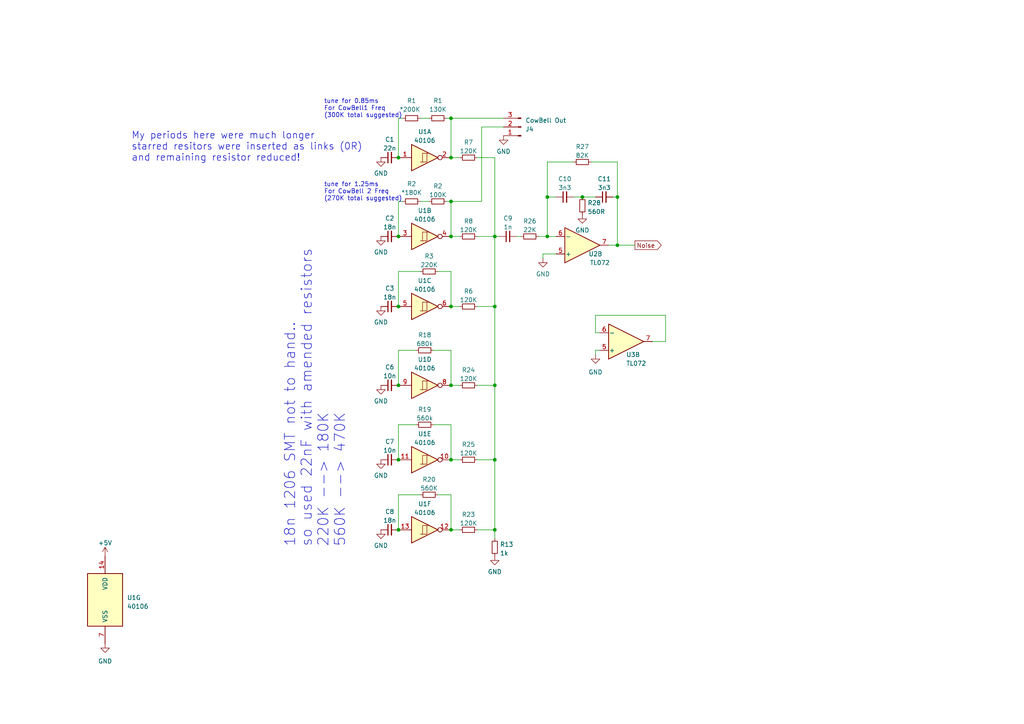
<source format=kicad_sch>
(kicad_sch (version 20230121) (generator eeschema)

  (uuid 0d6c91cc-45f8-4a75-b04b-110e435ed5b3)

  (paper "A4")

  (lib_symbols
    (symbol "4xxx:40106" (pin_names (offset 1.016)) (in_bom yes) (on_board yes)
      (property "Reference" "U" (at 0 1.27 0)
        (effects (font (size 1.27 1.27)))
      )
      (property "Value" "40106" (at 0 -1.27 0)
        (effects (font (size 1.27 1.27)))
      )
      (property "Footprint" "" (at 0 0 0)
        (effects (font (size 1.27 1.27)) hide)
      )
      (property "Datasheet" "https://assets.nexperia.com/documents/data-sheet/HEF40106B.pdf" (at 0 0 0)
        (effects (font (size 1.27 1.27)) hide)
      )
      (property "ki_locked" "" (at 0 0 0)
        (effects (font (size 1.27 1.27)))
      )
      (property "ki_keywords" "CMOS" (at 0 0 0)
        (effects (font (size 1.27 1.27)) hide)
      )
      (property "ki_description" "Hex Schmitt trigger inverter" (at 0 0 0)
        (effects (font (size 1.27 1.27)) hide)
      )
      (property "ki_fp_filters" "DIP?14*" (at 0 0 0)
        (effects (font (size 1.27 1.27)) hide)
      )
      (symbol "40106_1_0"
        (polyline
          (pts
            (xy -0.635 -1.27)
            (xy -0.635 1.27)
            (xy 0.635 1.27)
          )
          (stroke (width 0) (type default))
          (fill (type none))
        )
        (polyline
          (pts
            (xy -3.81 3.81)
            (xy -3.81 -3.81)
            (xy 3.81 0)
            (xy -3.81 3.81)
          )
          (stroke (width 0.254) (type default))
          (fill (type background))
        )
        (polyline
          (pts
            (xy -1.27 -1.27)
            (xy 0.635 -1.27)
            (xy 0.635 1.27)
            (xy 1.27 1.27)
          )
          (stroke (width 0) (type default))
          (fill (type none))
        )
        (pin input line (at -7.62 0 0) (length 3.81)
          (name "~" (effects (font (size 1.27 1.27))))
          (number "1" (effects (font (size 1.27 1.27))))
        )
        (pin output inverted (at 7.62 0 180) (length 3.81)
          (name "~" (effects (font (size 1.27 1.27))))
          (number "2" (effects (font (size 1.27 1.27))))
        )
      )
      (symbol "40106_2_0"
        (polyline
          (pts
            (xy -0.635 -1.27)
            (xy -0.635 1.27)
            (xy 0.635 1.27)
          )
          (stroke (width 0) (type default))
          (fill (type none))
        )
        (polyline
          (pts
            (xy -3.81 3.81)
            (xy -3.81 -3.81)
            (xy 3.81 0)
            (xy -3.81 3.81)
          )
          (stroke (width 0.254) (type default))
          (fill (type background))
        )
        (polyline
          (pts
            (xy -1.27 -1.27)
            (xy 0.635 -1.27)
            (xy 0.635 1.27)
            (xy 1.27 1.27)
          )
          (stroke (width 0) (type default))
          (fill (type none))
        )
        (pin input line (at -7.62 0 0) (length 3.81)
          (name "~" (effects (font (size 1.27 1.27))))
          (number "3" (effects (font (size 1.27 1.27))))
        )
        (pin output inverted (at 7.62 0 180) (length 3.81)
          (name "~" (effects (font (size 1.27 1.27))))
          (number "4" (effects (font (size 1.27 1.27))))
        )
      )
      (symbol "40106_3_0"
        (polyline
          (pts
            (xy -0.635 -1.27)
            (xy -0.635 1.27)
            (xy 0.635 1.27)
          )
          (stroke (width 0) (type default))
          (fill (type none))
        )
        (polyline
          (pts
            (xy -3.81 3.81)
            (xy -3.81 -3.81)
            (xy 3.81 0)
            (xy -3.81 3.81)
          )
          (stroke (width 0.254) (type default))
          (fill (type background))
        )
        (polyline
          (pts
            (xy -1.27 -1.27)
            (xy 0.635 -1.27)
            (xy 0.635 1.27)
            (xy 1.27 1.27)
          )
          (stroke (width 0) (type default))
          (fill (type none))
        )
        (pin input line (at -7.62 0 0) (length 3.81)
          (name "~" (effects (font (size 1.27 1.27))))
          (number "5" (effects (font (size 1.27 1.27))))
        )
        (pin output inverted (at 7.62 0 180) (length 3.81)
          (name "~" (effects (font (size 1.27 1.27))))
          (number "6" (effects (font (size 1.27 1.27))))
        )
      )
      (symbol "40106_4_0"
        (polyline
          (pts
            (xy -0.635 -1.27)
            (xy -0.635 1.27)
            (xy 0.635 1.27)
          )
          (stroke (width 0) (type default))
          (fill (type none))
        )
        (polyline
          (pts
            (xy -3.81 3.81)
            (xy -3.81 -3.81)
            (xy 3.81 0)
            (xy -3.81 3.81)
          )
          (stroke (width 0.254) (type default))
          (fill (type background))
        )
        (polyline
          (pts
            (xy -1.27 -1.27)
            (xy 0.635 -1.27)
            (xy 0.635 1.27)
            (xy 1.27 1.27)
          )
          (stroke (width 0) (type default))
          (fill (type none))
        )
        (pin output inverted (at 7.62 0 180) (length 3.81)
          (name "~" (effects (font (size 1.27 1.27))))
          (number "8" (effects (font (size 1.27 1.27))))
        )
        (pin input line (at -7.62 0 0) (length 3.81)
          (name "~" (effects (font (size 1.27 1.27))))
          (number "9" (effects (font (size 1.27 1.27))))
        )
      )
      (symbol "40106_5_0"
        (polyline
          (pts
            (xy -0.635 -1.27)
            (xy -0.635 1.27)
            (xy 0.635 1.27)
          )
          (stroke (width 0) (type default))
          (fill (type none))
        )
        (polyline
          (pts
            (xy -3.81 3.81)
            (xy -3.81 -3.81)
            (xy 3.81 0)
            (xy -3.81 3.81)
          )
          (stroke (width 0.254) (type default))
          (fill (type background))
        )
        (polyline
          (pts
            (xy -1.27 -1.27)
            (xy 0.635 -1.27)
            (xy 0.635 1.27)
            (xy 1.27 1.27)
          )
          (stroke (width 0) (type default))
          (fill (type none))
        )
        (pin output inverted (at 7.62 0 180) (length 3.81)
          (name "~" (effects (font (size 1.27 1.27))))
          (number "10" (effects (font (size 1.27 1.27))))
        )
        (pin input line (at -7.62 0 0) (length 3.81)
          (name "~" (effects (font (size 1.27 1.27))))
          (number "11" (effects (font (size 1.27 1.27))))
        )
      )
      (symbol "40106_6_0"
        (polyline
          (pts
            (xy -0.635 -1.27)
            (xy -0.635 1.27)
            (xy 0.635 1.27)
          )
          (stroke (width 0) (type default))
          (fill (type none))
        )
        (polyline
          (pts
            (xy -3.81 3.81)
            (xy -3.81 -3.81)
            (xy 3.81 0)
            (xy -3.81 3.81)
          )
          (stroke (width 0.254) (type default))
          (fill (type background))
        )
        (polyline
          (pts
            (xy -1.27 -1.27)
            (xy 0.635 -1.27)
            (xy 0.635 1.27)
            (xy 1.27 1.27)
          )
          (stroke (width 0) (type default))
          (fill (type none))
        )
        (pin output inverted (at 7.62 0 180) (length 3.81)
          (name "~" (effects (font (size 1.27 1.27))))
          (number "12" (effects (font (size 1.27 1.27))))
        )
        (pin input line (at -7.62 0 0) (length 3.81)
          (name "~" (effects (font (size 1.27 1.27))))
          (number "13" (effects (font (size 1.27 1.27))))
        )
      )
      (symbol "40106_7_0"
        (pin power_in line (at 0 12.7 270) (length 5.08)
          (name "VDD" (effects (font (size 1.27 1.27))))
          (number "14" (effects (font (size 1.27 1.27))))
        )
        (pin power_in line (at 0 -12.7 90) (length 5.08)
          (name "VSS" (effects (font (size 1.27 1.27))))
          (number "7" (effects (font (size 1.27 1.27))))
        )
      )
      (symbol "40106_7_1"
        (rectangle (start -5.08 7.62) (end 5.08 -7.62)
          (stroke (width 0.254) (type default))
          (fill (type background))
        )
      )
    )
    (symbol "Amplifier_Operational:TL072" (pin_names (offset 0.127)) (in_bom yes) (on_board yes)
      (property "Reference" "U" (at 0 5.08 0)
        (effects (font (size 1.27 1.27)) (justify left))
      )
      (property "Value" "TL072" (at 0 -5.08 0)
        (effects (font (size 1.27 1.27)) (justify left))
      )
      (property "Footprint" "" (at 0 0 0)
        (effects (font (size 1.27 1.27)) hide)
      )
      (property "Datasheet" "http://www.ti.com/lit/ds/symlink/tl071.pdf" (at 0 0 0)
        (effects (font (size 1.27 1.27)) hide)
      )
      (property "ki_locked" "" (at 0 0 0)
        (effects (font (size 1.27 1.27)))
      )
      (property "ki_keywords" "dual opamp" (at 0 0 0)
        (effects (font (size 1.27 1.27)) hide)
      )
      (property "ki_description" "Dual Low-Noise JFET-Input Operational Amplifiers, DIP-8/SOIC-8" (at 0 0 0)
        (effects (font (size 1.27 1.27)) hide)
      )
      (property "ki_fp_filters" "SOIC*3.9x4.9mm*P1.27mm* DIP*W7.62mm* TO*99* OnSemi*Micro8* TSSOP*3x3mm*P0.65mm* TSSOP*4.4x3mm*P0.65mm* MSOP*3x3mm*P0.65mm* SSOP*3.9x4.9mm*P0.635mm* LFCSP*2x2mm*P0.5mm* *SIP* SOIC*5.3x6.2mm*P1.27mm*" (at 0 0 0)
        (effects (font (size 1.27 1.27)) hide)
      )
      (symbol "TL072_1_1"
        (polyline
          (pts
            (xy -5.08 5.08)
            (xy 5.08 0)
            (xy -5.08 -5.08)
            (xy -5.08 5.08)
          )
          (stroke (width 0.254) (type default))
          (fill (type background))
        )
        (pin output line (at 7.62 0 180) (length 2.54)
          (name "~" (effects (font (size 1.27 1.27))))
          (number "1" (effects (font (size 1.27 1.27))))
        )
        (pin input line (at -7.62 -2.54 0) (length 2.54)
          (name "-" (effects (font (size 1.27 1.27))))
          (number "2" (effects (font (size 1.27 1.27))))
        )
        (pin input line (at -7.62 2.54 0) (length 2.54)
          (name "+" (effects (font (size 1.27 1.27))))
          (number "3" (effects (font (size 1.27 1.27))))
        )
      )
      (symbol "TL072_2_1"
        (polyline
          (pts
            (xy -5.08 5.08)
            (xy 5.08 0)
            (xy -5.08 -5.08)
            (xy -5.08 5.08)
          )
          (stroke (width 0.254) (type default))
          (fill (type background))
        )
        (pin input line (at -7.62 2.54 0) (length 2.54)
          (name "+" (effects (font (size 1.27 1.27))))
          (number "5" (effects (font (size 1.27 1.27))))
        )
        (pin input line (at -7.62 -2.54 0) (length 2.54)
          (name "-" (effects (font (size 1.27 1.27))))
          (number "6" (effects (font (size 1.27 1.27))))
        )
        (pin output line (at 7.62 0 180) (length 2.54)
          (name "~" (effects (font (size 1.27 1.27))))
          (number "7" (effects (font (size 1.27 1.27))))
        )
      )
      (symbol "TL072_3_1"
        (pin power_in line (at -2.54 -7.62 90) (length 3.81)
          (name "V-" (effects (font (size 1.27 1.27))))
          (number "4" (effects (font (size 1.27 1.27))))
        )
        (pin power_in line (at -2.54 7.62 270) (length 3.81)
          (name "V+" (effects (font (size 1.27 1.27))))
          (number "8" (effects (font (size 1.27 1.27))))
        )
      )
    )
    (symbol "Connector:Conn_01x03_Pin" (pin_names (offset 1.016) hide) (in_bom yes) (on_board yes)
      (property "Reference" "J" (at 0 5.08 0)
        (effects (font (size 1.27 1.27)))
      )
      (property "Value" "Conn_01x03_Pin" (at 0 -5.08 0)
        (effects (font (size 1.27 1.27)))
      )
      (property "Footprint" "" (at 0 0 0)
        (effects (font (size 1.27 1.27)) hide)
      )
      (property "Datasheet" "~" (at 0 0 0)
        (effects (font (size 1.27 1.27)) hide)
      )
      (property "ki_locked" "" (at 0 0 0)
        (effects (font (size 1.27 1.27)))
      )
      (property "ki_keywords" "connector" (at 0 0 0)
        (effects (font (size 1.27 1.27)) hide)
      )
      (property "ki_description" "Generic connector, single row, 01x03, script generated" (at 0 0 0)
        (effects (font (size 1.27 1.27)) hide)
      )
      (property "ki_fp_filters" "Connector*:*_1x??_*" (at 0 0 0)
        (effects (font (size 1.27 1.27)) hide)
      )
      (symbol "Conn_01x03_Pin_1_1"
        (polyline
          (pts
            (xy 1.27 -2.54)
            (xy 0.8636 -2.54)
          )
          (stroke (width 0.1524) (type default))
          (fill (type none))
        )
        (polyline
          (pts
            (xy 1.27 0)
            (xy 0.8636 0)
          )
          (stroke (width 0.1524) (type default))
          (fill (type none))
        )
        (polyline
          (pts
            (xy 1.27 2.54)
            (xy 0.8636 2.54)
          )
          (stroke (width 0.1524) (type default))
          (fill (type none))
        )
        (rectangle (start 0.8636 -2.413) (end 0 -2.667)
          (stroke (width 0.1524) (type default))
          (fill (type outline))
        )
        (rectangle (start 0.8636 0.127) (end 0 -0.127)
          (stroke (width 0.1524) (type default))
          (fill (type outline))
        )
        (rectangle (start 0.8636 2.667) (end 0 2.413)
          (stroke (width 0.1524) (type default))
          (fill (type outline))
        )
        (pin passive line (at 5.08 2.54 180) (length 3.81)
          (name "Pin_1" (effects (font (size 1.27 1.27))))
          (number "1" (effects (font (size 1.27 1.27))))
        )
        (pin passive line (at 5.08 0 180) (length 3.81)
          (name "Pin_2" (effects (font (size 1.27 1.27))))
          (number "2" (effects (font (size 1.27 1.27))))
        )
        (pin passive line (at 5.08 -2.54 180) (length 3.81)
          (name "Pin_3" (effects (font (size 1.27 1.27))))
          (number "3" (effects (font (size 1.27 1.27))))
        )
      )
    )
    (symbol "Device:C_Small" (pin_numbers hide) (pin_names (offset 0.254) hide) (in_bom yes) (on_board yes)
      (property "Reference" "C" (at 0.254 1.778 0)
        (effects (font (size 1.27 1.27)) (justify left))
      )
      (property "Value" "C_Small" (at 0.254 -2.032 0)
        (effects (font (size 1.27 1.27)) (justify left))
      )
      (property "Footprint" "" (at 0 0 0)
        (effects (font (size 1.27 1.27)) hide)
      )
      (property "Datasheet" "~" (at 0 0 0)
        (effects (font (size 1.27 1.27)) hide)
      )
      (property "ki_keywords" "capacitor cap" (at 0 0 0)
        (effects (font (size 1.27 1.27)) hide)
      )
      (property "ki_description" "Unpolarized capacitor, small symbol" (at 0 0 0)
        (effects (font (size 1.27 1.27)) hide)
      )
      (property "ki_fp_filters" "C_*" (at 0 0 0)
        (effects (font (size 1.27 1.27)) hide)
      )
      (symbol "C_Small_0_1"
        (polyline
          (pts
            (xy -1.524 -0.508)
            (xy 1.524 -0.508)
          )
          (stroke (width 0.3302) (type default))
          (fill (type none))
        )
        (polyline
          (pts
            (xy -1.524 0.508)
            (xy 1.524 0.508)
          )
          (stroke (width 0.3048) (type default))
          (fill (type none))
        )
      )
      (symbol "C_Small_1_1"
        (pin passive line (at 0 2.54 270) (length 2.032)
          (name "~" (effects (font (size 1.27 1.27))))
          (number "1" (effects (font (size 1.27 1.27))))
        )
        (pin passive line (at 0 -2.54 90) (length 2.032)
          (name "~" (effects (font (size 1.27 1.27))))
          (number "2" (effects (font (size 1.27 1.27))))
        )
      )
    )
    (symbol "Device:R_Small" (pin_numbers hide) (pin_names (offset 0.254) hide) (in_bom yes) (on_board yes)
      (property "Reference" "R" (at 0.762 0.508 0)
        (effects (font (size 1.27 1.27)) (justify left))
      )
      (property "Value" "R_Small" (at 0.762 -1.016 0)
        (effects (font (size 1.27 1.27)) (justify left))
      )
      (property "Footprint" "" (at 0 0 0)
        (effects (font (size 1.27 1.27)) hide)
      )
      (property "Datasheet" "~" (at 0 0 0)
        (effects (font (size 1.27 1.27)) hide)
      )
      (property "ki_keywords" "R resistor" (at 0 0 0)
        (effects (font (size 1.27 1.27)) hide)
      )
      (property "ki_description" "Resistor, small symbol" (at 0 0 0)
        (effects (font (size 1.27 1.27)) hide)
      )
      (property "ki_fp_filters" "R_*" (at 0 0 0)
        (effects (font (size 1.27 1.27)) hide)
      )
      (symbol "R_Small_0_1"
        (rectangle (start -0.762 1.778) (end 0.762 -1.778)
          (stroke (width 0.2032) (type default))
          (fill (type none))
        )
      )
      (symbol "R_Small_1_1"
        (pin passive line (at 0 2.54 270) (length 0.762)
          (name "~" (effects (font (size 1.27 1.27))))
          (number "1" (effects (font (size 1.27 1.27))))
        )
        (pin passive line (at 0 -2.54 90) (length 0.762)
          (name "~" (effects (font (size 1.27 1.27))))
          (number "2" (effects (font (size 1.27 1.27))))
        )
      )
    )
    (symbol "power:+5V" (power) (pin_names (offset 0)) (in_bom yes) (on_board yes)
      (property "Reference" "#PWR" (at 0 -3.81 0)
        (effects (font (size 1.27 1.27)) hide)
      )
      (property "Value" "+5V" (at 0 3.556 0)
        (effects (font (size 1.27 1.27)))
      )
      (property "Footprint" "" (at 0 0 0)
        (effects (font (size 1.27 1.27)) hide)
      )
      (property "Datasheet" "" (at 0 0 0)
        (effects (font (size 1.27 1.27)) hide)
      )
      (property "ki_keywords" "global power" (at 0 0 0)
        (effects (font (size 1.27 1.27)) hide)
      )
      (property "ki_description" "Power symbol creates a global label with name \"+5V\"" (at 0 0 0)
        (effects (font (size 1.27 1.27)) hide)
      )
      (symbol "+5V_0_1"
        (polyline
          (pts
            (xy -0.762 1.27)
            (xy 0 2.54)
          )
          (stroke (width 0) (type default))
          (fill (type none))
        )
        (polyline
          (pts
            (xy 0 0)
            (xy 0 2.54)
          )
          (stroke (width 0) (type default))
          (fill (type none))
        )
        (polyline
          (pts
            (xy 0 2.54)
            (xy 0.762 1.27)
          )
          (stroke (width 0) (type default))
          (fill (type none))
        )
      )
      (symbol "+5V_1_1"
        (pin power_in line (at 0 0 90) (length 0) hide
          (name "+5V" (effects (font (size 1.27 1.27))))
          (number "1" (effects (font (size 1.27 1.27))))
        )
      )
    )
    (symbol "power:GND" (power) (pin_names (offset 0)) (in_bom yes) (on_board yes)
      (property "Reference" "#PWR" (at 0 -6.35 0)
        (effects (font (size 1.27 1.27)) hide)
      )
      (property "Value" "GND" (at 0 -3.81 0)
        (effects (font (size 1.27 1.27)))
      )
      (property "Footprint" "" (at 0 0 0)
        (effects (font (size 1.27 1.27)) hide)
      )
      (property "Datasheet" "" (at 0 0 0)
        (effects (font (size 1.27 1.27)) hide)
      )
      (property "ki_keywords" "global power" (at 0 0 0)
        (effects (font (size 1.27 1.27)) hide)
      )
      (property "ki_description" "Power symbol creates a global label with name \"GND\" , ground" (at 0 0 0)
        (effects (font (size 1.27 1.27)) hide)
      )
      (symbol "GND_0_1"
        (polyline
          (pts
            (xy 0 0)
            (xy 0 -1.27)
            (xy 1.27 -1.27)
            (xy 0 -2.54)
            (xy -1.27 -1.27)
            (xy 0 -1.27)
          )
          (stroke (width 0) (type default))
          (fill (type none))
        )
      )
      (symbol "GND_1_1"
        (pin power_in line (at 0 0 270) (length 0) hide
          (name "GND" (effects (font (size 1.27 1.27))))
          (number "1" (effects (font (size 1.27 1.27))))
        )
      )
    )
  )

  (junction (at 130.81 68.58) (diameter 0) (color 0 0 0 0)
    (uuid 0c50baa7-c45b-48c1-9e81-781815b1786d)
  )
  (junction (at 130.81 45.72) (diameter 0) (color 0 0 0 0)
    (uuid 34302f47-f33e-4587-b48a-b7997a19e8e1)
  )
  (junction (at 130.81 34.29) (diameter 0) (color 0 0 0 0)
    (uuid 41a0e9e5-5c8f-4ca4-a13e-48293b68c617)
  )
  (junction (at 115.57 45.72) (diameter 0) (color 0 0 0 0)
    (uuid 45dce3ce-3f14-46cd-b6e0-adadf5098052)
  )
  (junction (at 115.57 111.76) (diameter 0) (color 0 0 0 0)
    (uuid 477dbdc3-7ed8-455a-86a5-da5cdb6e5905)
  )
  (junction (at 130.81 153.67) (diameter 0) (color 0 0 0 0)
    (uuid 47b54d9e-9def-4d46-92a1-399ba5865ae0)
  )
  (junction (at 168.91 57.15) (diameter 0) (color 0 0 0 0)
    (uuid 4cd973a7-1f38-4056-9719-5351e28a8caa)
  )
  (junction (at 130.81 88.9) (diameter 0) (color 0 0 0 0)
    (uuid 4d61bd0a-9c27-40e4-bbff-be568c40e30d)
  )
  (junction (at 179.07 57.15) (diameter 0) (color 0 0 0 0)
    (uuid 5c287da3-e123-4efe-893b-19d77fa56929)
  )
  (junction (at 143.51 153.67) (diameter 0) (color 0 0 0 0)
    (uuid 6390d2ca-d33e-4047-bd4c-4e303b8e8739)
  )
  (junction (at 130.81 58.42) (diameter 0) (color 0 0 0 0)
    (uuid 6b0b5dec-e1e4-4088-ad74-c59c54f8807b)
  )
  (junction (at 130.81 133.35) (diameter 0) (color 0 0 0 0)
    (uuid 943ba7c6-2025-4c9b-bf33-e43d1591331e)
  )
  (junction (at 130.81 111.76) (diameter 0) (color 0 0 0 0)
    (uuid a30f63f6-99ac-4de8-9eb2-2b7a3198d57f)
  )
  (junction (at 143.51 68.58) (diameter 0) (color 0 0 0 0)
    (uuid a8602c93-ff8b-42e3-b2d6-e1629be84a64)
  )
  (junction (at 115.57 153.67) (diameter 0) (color 0 0 0 0)
    (uuid b75e3c81-b60e-4144-b3c1-0d9a4d5dd2f8)
  )
  (junction (at 115.57 133.35) (diameter 0) (color 0 0 0 0)
    (uuid b98d00b4-971d-4558-85ad-bbee8191fd8c)
  )
  (junction (at 115.57 68.58) (diameter 0) (color 0 0 0 0)
    (uuid bd53edf0-1f00-47bb-a7dd-2047b36178bb)
  )
  (junction (at 158.75 68.58) (diameter 0) (color 0 0 0 0)
    (uuid be707360-24da-44f7-9831-e8adb667bc2d)
  )
  (junction (at 115.57 88.9) (diameter 0) (color 0 0 0 0)
    (uuid bfb6d05c-727f-4ca3-9aad-d3bbe0f8500f)
  )
  (junction (at 158.75 57.15) (diameter 0) (color 0 0 0 0)
    (uuid c179c211-fc8c-43a5-971c-9a74501e3aab)
  )
  (junction (at 143.51 88.9) (diameter 0) (color 0 0 0 0)
    (uuid c20bc534-b38d-4c06-97a2-c280cee56db4)
  )
  (junction (at 143.51 111.76) (diameter 0) (color 0 0 0 0)
    (uuid ca6f8b82-cb68-4274-80bb-6b814b4ec329)
  )
  (junction (at 179.07 71.12) (diameter 0) (color 0 0 0 0)
    (uuid efc47be5-baaa-47b4-9947-0dc8a92f5e69)
  )
  (junction (at 143.51 133.35) (diameter 0) (color 0 0 0 0)
    (uuid f3ae06b6-cc73-4d03-a7d6-2a9cf2599015)
  )

  (wire (pts (xy 143.51 68.58) (xy 143.51 88.9))
    (stroke (width 0) (type default))
    (uuid 04eae397-887b-4fe1-ad49-e6ddfadea37a)
  )
  (wire (pts (xy 138.43 153.67) (xy 143.51 153.67))
    (stroke (width 0) (type default))
    (uuid 08f155ae-ad69-4cef-a5bb-d52f87a4bec3)
  )
  (wire (pts (xy 157.48 73.66) (xy 161.29 73.66))
    (stroke (width 0) (type default))
    (uuid 0e82af3c-046d-40ad-a90e-86888240cf27)
  )
  (wire (pts (xy 115.57 123.19) (xy 115.57 133.35))
    (stroke (width 0) (type default))
    (uuid 161bc461-8bb5-495a-b09d-37791276ba51)
  )
  (wire (pts (xy 120.65 123.19) (xy 115.57 123.19))
    (stroke (width 0) (type default))
    (uuid 18297309-5783-4f03-b44d-47fa77a6b9c4)
  )
  (wire (pts (xy 115.57 78.74) (xy 121.92 78.74))
    (stroke (width 0) (type default))
    (uuid 1a1f0a00-d26a-4ac9-a7c8-1a0f93134ff3)
  )
  (wire (pts (xy 130.81 78.74) (xy 130.81 88.9))
    (stroke (width 0) (type default))
    (uuid 23bfaf7e-a5df-4ef4-9c6f-24c221ffcbc6)
  )
  (wire (pts (xy 179.07 46.99) (xy 179.07 57.15))
    (stroke (width 0) (type default))
    (uuid 2490cbdd-b481-4a45-8e77-81d3a44e3c7b)
  )
  (wire (pts (xy 115.57 153.67) (xy 115.57 143.51))
    (stroke (width 0) (type default))
    (uuid 2871b140-a379-406b-9dcf-35851f1ca376)
  )
  (wire (pts (xy 143.51 153.67) (xy 143.51 133.35))
    (stroke (width 0) (type default))
    (uuid 3253a7a8-9c36-4863-a9ef-a3876fab6f1d)
  )
  (wire (pts (xy 115.57 101.6) (xy 120.65 101.6))
    (stroke (width 0) (type default))
    (uuid 32d77779-cc76-47d8-8d31-e042b62dfcbd)
  )
  (wire (pts (xy 127 78.74) (xy 130.81 78.74))
    (stroke (width 0) (type default))
    (uuid 33580992-e44f-4657-8484-6b3bea7ebd18)
  )
  (wire (pts (xy 173.99 101.6) (xy 172.72 101.6))
    (stroke (width 0) (type default))
    (uuid 34a87db7-a358-4ae2-96a6-553ea7accaa2)
  )
  (wire (pts (xy 125.73 101.6) (xy 130.81 101.6))
    (stroke (width 0) (type default))
    (uuid 34c553e6-62b9-450e-95d1-cc8d19785b5b)
  )
  (wire (pts (xy 171.45 46.99) (xy 179.07 46.99))
    (stroke (width 0) (type default))
    (uuid 383f96ec-ca87-483d-a97b-26b810fe6e37)
  )
  (wire (pts (xy 161.29 68.58) (xy 158.75 68.58))
    (stroke (width 0) (type default))
    (uuid 39064d4b-b3f0-4727-a4cc-ebdadd24883a)
  )
  (wire (pts (xy 130.81 101.6) (xy 130.81 111.76))
    (stroke (width 0) (type default))
    (uuid 3bcab6ec-72eb-4bff-8605-131d247f2249)
  )
  (wire (pts (xy 168.91 57.15) (xy 172.72 57.15))
    (stroke (width 0) (type default))
    (uuid 3c3da36c-4083-4b9c-a66b-708350545265)
  )
  (wire (pts (xy 133.35 45.72) (xy 130.81 45.72))
    (stroke (width 0) (type default))
    (uuid 3fdc4bae-9fb7-40fd-96e5-8d8da092a9ff)
  )
  (wire (pts (xy 172.72 91.44) (xy 193.04 91.44))
    (stroke (width 0) (type default))
    (uuid 3fface0a-4564-4586-ad03-4b709ed010c3)
  )
  (wire (pts (xy 130.81 58.42) (xy 139.7 58.42))
    (stroke (width 0) (type default))
    (uuid 42072a0a-4cab-49b1-a642-8ac3cf35a3a5)
  )
  (wire (pts (xy 115.57 34.29) (xy 116.84 34.29))
    (stroke (width 0) (type default))
    (uuid 422f5bdf-921a-434b-bd61-7a339fc35589)
  )
  (wire (pts (xy 130.81 34.29) (xy 130.81 45.72))
    (stroke (width 0) (type default))
    (uuid 43de0b05-b7d0-4d60-88dd-79d8bc217c64)
  )
  (wire (pts (xy 115.57 143.51) (xy 121.92 143.51))
    (stroke (width 0) (type default))
    (uuid 475e14d9-8caa-4fc4-8183-ed3df762376b)
  )
  (wire (pts (xy 156.21 68.58) (xy 158.75 68.58))
    (stroke (width 0) (type default))
    (uuid 4890cda6-9cbd-4e74-aa19-f14bbd328cd0)
  )
  (wire (pts (xy 130.81 133.35) (xy 130.81 123.19))
    (stroke (width 0) (type default))
    (uuid 4ac91931-69a9-4b8b-9021-f48f6ac5d7fb)
  )
  (wire (pts (xy 130.81 68.58) (xy 130.81 58.42))
    (stroke (width 0) (type default))
    (uuid 4cbeaeb9-5df5-44d5-916f-f77603a20bfe)
  )
  (wire (pts (xy 143.51 45.72) (xy 143.51 68.58))
    (stroke (width 0) (type default))
    (uuid 4d99892c-c94c-4380-a690-026bf91b8519)
  )
  (wire (pts (xy 143.51 111.76) (xy 138.43 111.76))
    (stroke (width 0) (type default))
    (uuid 4fbb3c70-d0c4-4768-8b7c-565a22232394)
  )
  (wire (pts (xy 151.13 68.58) (xy 149.86 68.58))
    (stroke (width 0) (type default))
    (uuid 51271c5f-739a-4bbc-bd25-5f8d7b1bbba2)
  )
  (wire (pts (xy 143.51 133.35) (xy 143.51 111.76))
    (stroke (width 0) (type default))
    (uuid 55505971-fcfd-42ff-b624-0852773c13d5)
  )
  (wire (pts (xy 172.72 96.52) (xy 172.72 91.44))
    (stroke (width 0) (type default))
    (uuid 57c0eadd-d706-40d6-8bd0-14ccb1e5bb82)
  )
  (wire (pts (xy 146.05 36.83) (xy 139.7 36.83))
    (stroke (width 0) (type default))
    (uuid 5b54bcd4-84c9-4416-bdeb-73eddd5074e7)
  )
  (wire (pts (xy 138.43 88.9) (xy 143.51 88.9))
    (stroke (width 0) (type default))
    (uuid 651da2b8-134b-4c59-b134-efa8c4646b81)
  )
  (wire (pts (xy 158.75 68.58) (xy 158.75 57.15))
    (stroke (width 0) (type default))
    (uuid 6ebc36bd-9fca-4e38-b32a-cbdca3ea3dbc)
  )
  (wire (pts (xy 179.07 57.15) (xy 177.8 57.15))
    (stroke (width 0) (type default))
    (uuid 72201477-69af-409f-ba7f-1b0bae5ffe76)
  )
  (wire (pts (xy 158.75 46.99) (xy 166.37 46.99))
    (stroke (width 0) (type default))
    (uuid 74f7b542-cab0-49e6-96d4-33f74ec098d6)
  )
  (wire (pts (xy 133.35 88.9) (xy 130.81 88.9))
    (stroke (width 0) (type default))
    (uuid 7752a3fe-ce5d-4167-9e48-e319331d6243)
  )
  (wire (pts (xy 129.54 58.42) (xy 130.81 58.42))
    (stroke (width 0) (type default))
    (uuid 7c13543b-1917-4778-b3f6-a5957bb21e47)
  )
  (wire (pts (xy 116.84 58.42) (xy 115.57 58.42))
    (stroke (width 0) (type default))
    (uuid 80afc86d-bde1-44dd-91b4-60509e2a72bd)
  )
  (wire (pts (xy 143.51 68.58) (xy 144.78 68.58))
    (stroke (width 0) (type default))
    (uuid 83c4c603-9dd3-4acc-a06e-8059d2e814d2)
  )
  (wire (pts (xy 193.04 91.44) (xy 193.04 99.06))
    (stroke (width 0) (type default))
    (uuid 88066fbf-c49c-4ded-887d-e11486d4c97f)
  )
  (wire (pts (xy 125.73 123.19) (xy 130.81 123.19))
    (stroke (width 0) (type default))
    (uuid 8894665e-d291-4a6b-8dfd-512742f085ea)
  )
  (wire (pts (xy 143.51 133.35) (xy 138.43 133.35))
    (stroke (width 0) (type default))
    (uuid 88e93835-7116-4aa0-8518-6de526f1a66c)
  )
  (wire (pts (xy 133.35 68.58) (xy 130.81 68.58))
    (stroke (width 0) (type default))
    (uuid 8e0ac15f-bcbf-4fab-878d-c5b385e6e51e)
  )
  (wire (pts (xy 157.48 74.93) (xy 157.48 73.66))
    (stroke (width 0) (type default))
    (uuid 915fd647-f868-48be-8fbc-17fa06fa7c76)
  )
  (wire (pts (xy 115.57 111.76) (xy 115.57 101.6))
    (stroke (width 0) (type default))
    (uuid 99d0013e-d373-4d40-8857-387b8d254873)
  )
  (wire (pts (xy 143.51 88.9) (xy 143.51 111.76))
    (stroke (width 0) (type default))
    (uuid 9ba7ff88-c024-4472-91bb-bbd519b96b8c)
  )
  (wire (pts (xy 139.7 36.83) (xy 139.7 58.42))
    (stroke (width 0) (type default))
    (uuid a2cb6cf3-be5f-4aa3-8f2a-035786fec16d)
  )
  (wire (pts (xy 138.43 45.72) (xy 143.51 45.72))
    (stroke (width 0) (type default))
    (uuid a3de9271-dc3e-491a-b5f3-f07f4a463959)
  )
  (wire (pts (xy 130.81 143.51) (xy 130.81 153.67))
    (stroke (width 0) (type default))
    (uuid a53ad230-e28b-4277-85f3-14a946ac36d9)
  )
  (wire (pts (xy 133.35 153.67) (xy 130.81 153.67))
    (stroke (width 0) (type default))
    (uuid ad4b939e-ba2c-4b06-83de-8921aa5cb167)
  )
  (wire (pts (xy 158.75 57.15) (xy 158.75 46.99))
    (stroke (width 0) (type default))
    (uuid aeb0e45d-9fee-4f4d-ba1a-7c4534aaf2b3)
  )
  (wire (pts (xy 166.37 57.15) (xy 168.91 57.15))
    (stroke (width 0) (type default))
    (uuid af5d68f7-f671-4f07-957d-1182e396f07d)
  )
  (wire (pts (xy 172.72 101.6) (xy 172.72 102.87))
    (stroke (width 0) (type default))
    (uuid b02a1678-ac97-493a-baa6-e5c66b1c28ba)
  )
  (wire (pts (xy 173.99 96.52) (xy 172.72 96.52))
    (stroke (width 0) (type default))
    (uuid b148fd14-b6b0-483d-b67e-5b68236bed39)
  )
  (wire (pts (xy 115.57 58.42) (xy 115.57 68.58))
    (stroke (width 0) (type default))
    (uuid b8ff1f51-e194-45fa-bbe7-24901962573c)
  )
  (wire (pts (xy 189.23 99.06) (xy 193.04 99.06))
    (stroke (width 0) (type default))
    (uuid bb5c1db2-261c-49a4-9137-67f8cf20f293)
  )
  (wire (pts (xy 133.35 111.76) (xy 130.81 111.76))
    (stroke (width 0) (type default))
    (uuid bcb8141a-bccf-406d-b81b-5f26b3d49e2f)
  )
  (wire (pts (xy 176.53 71.12) (xy 179.07 71.12))
    (stroke (width 0) (type default))
    (uuid ccf77f38-95af-4cdb-a075-4c621cbac581)
  )
  (wire (pts (xy 158.75 57.15) (xy 161.29 57.15))
    (stroke (width 0) (type default))
    (uuid cd0f62f1-162b-409c-81bc-37e2b41572fc)
  )
  (wire (pts (xy 179.07 57.15) (xy 179.07 71.12))
    (stroke (width 0) (type default))
    (uuid ce7aa5b6-d837-4738-a5dd-e8704607d7ff)
  )
  (wire (pts (xy 124.46 58.42) (xy 121.92 58.42))
    (stroke (width 0) (type default))
    (uuid dc2bd3eb-8d0b-41a4-b14a-9f8c9083c620)
  )
  (wire (pts (xy 143.51 153.67) (xy 143.51 156.21))
    (stroke (width 0) (type default))
    (uuid e15db8a3-4441-4dbd-a3e7-327a6cde7a21)
  )
  (wire (pts (xy 130.81 34.29) (xy 146.05 34.29))
    (stroke (width 0) (type default))
    (uuid e2467e81-ae63-4626-ad68-fcd7d58d77a1)
  )
  (wire (pts (xy 127 143.51) (xy 130.81 143.51))
    (stroke (width 0) (type default))
    (uuid efec0d1d-82bc-424d-9477-72620beb2141)
  )
  (wire (pts (xy 115.57 34.29) (xy 115.57 45.72))
    (stroke (width 0) (type default))
    (uuid f03b2b1a-9688-4662-b1e1-00823b4af4c8)
  )
  (wire (pts (xy 143.51 68.58) (xy 138.43 68.58))
    (stroke (width 0) (type default))
    (uuid f04e5cb7-c3f2-4fef-9a4d-1a0858f9fc8e)
  )
  (wire (pts (xy 115.57 78.74) (xy 115.57 88.9))
    (stroke (width 0) (type default))
    (uuid f0f966eb-3be0-4969-8f9e-b0df94cab5fd)
  )
  (wire (pts (xy 133.35 133.35) (xy 130.81 133.35))
    (stroke (width 0) (type default))
    (uuid f2554973-58cc-4ebb-9267-36ae4da0d933)
  )
  (wire (pts (xy 129.54 34.29) (xy 130.81 34.29))
    (stroke (width 0) (type default))
    (uuid f3278cb5-a2e7-4d5e-80f6-0d5002b23598)
  )
  (wire (pts (xy 115.57 133.35) (xy 116.84 133.35))
    (stroke (width 0) (type default))
    (uuid f4d8f76d-5e2d-4422-92d6-4b8ee651302d)
  )
  (wire (pts (xy 179.07 71.12) (xy 184.15 71.12))
    (stroke (width 0) (type default))
    (uuid f5bf21a3-84d9-4e69-b25b-810ac12abb48)
  )
  (wire (pts (xy 121.92 34.29) (xy 124.46 34.29))
    (stroke (width 0) (type default))
    (uuid ffaba018-f7fa-4093-b677-f058f59f8664)
  )

  (text "18n 1206 SMT not to hand.. \nso used 22nF with amended resistors\n220K --> 180K\n560K --> 470K\n"
    (at 100.33 158.75 90)
    (effects (font (size 3 3)) (justify left bottom))
    (uuid 0f9ea84a-18a5-4ea1-8641-a1f142288f4c)
  )
  (text "tune for 0.85ms\nFor CowBell1 Freq\n(300K total suggested)\n"
    (at 93.98 34.29 0)
    (effects (font (size 1.27 1.27)) (justify left bottom))
    (uuid b74acead-cfc6-4b6c-ac58-6a63e0b9cbe3)
  )
  (text "My periods here were much longer\nstarred resitors were inserted as links (0R)\nand remaining resistor reduced! "
    (at 38.1 46.99 0)
    (effects (font (size 2 2)) (justify left bottom))
    (uuid df136731-2806-4185-84a0-2cd26146b790)
  )
  (text "tune for 1.25ms\nFor CowBell 2 Freq\n(270K total suggested)"
    (at 93.98 58.42 0)
    (effects (font (size 1.27 1.27)) (justify left bottom))
    (uuid ed913cd9-a0ae-4500-aceb-ba21cbec6dbc)
  )

  (global_label "Noise" (shape output) (at 184.15 71.12 0) (fields_autoplaced)
    (effects (font (size 1.27 1.27)) (justify left))
    (uuid 1ed2051b-5129-4d42-8e2f-b49ae97b1d9b)
    (property "Intersheetrefs" "${INTERSHEET_REFS}" (at 191.6752 71.0406 0)
      (effects (font (size 1.27 1.27)) (justify left) hide)
    )
  )

  (symbol (lib_id "power:GND") (at 143.51 161.29 0) (unit 1)
    (in_bom yes) (on_board yes) (dnp no) (fields_autoplaced)
    (uuid 03863d46-ac7c-4d9c-87a3-decf67726cff)
    (property "Reference" "#PWR016" (at 143.51 167.64 0)
      (effects (font (size 1.27 1.27)) hide)
    )
    (property "Value" "GND" (at 143.51 165.8525 0)
      (effects (font (size 1.27 1.27)))
    )
    (property "Footprint" "" (at 143.51 161.29 0)
      (effects (font (size 1.27 1.27)) hide)
    )
    (property "Datasheet" "" (at 143.51 161.29 0)
      (effects (font (size 1.27 1.27)) hide)
    )
    (pin "1" (uuid a0e57d2e-509a-40b3-832f-be8e90e8a9db))
    (instances
      (project "8x8_Hi_Hats"
        (path "/9538e4ed-27e6-4c37-b989-9859dc0d49e8"
          (reference "#PWR016") (unit 1)
        )
        (path "/9538e4ed-27e6-4c37-b989-9859dc0d49e8/b2d5ee7d-5eff-4d5b-a9fb-18b08eb180c9"
          (reference "#PWR040") (unit 1)
        )
      )
    )
  )

  (symbol (lib_id "Device:R_Small") (at 168.91 59.69 180) (unit 1)
    (in_bom yes) (on_board yes) (dnp no) (fields_autoplaced)
    (uuid 04a08e0a-af6b-42ee-ace8-65f820f5f5da)
    (property "Reference" "R28" (at 170.4086 58.8553 0)
      (effects (font (size 1.27 1.27)) (justify right))
    )
    (property "Value" "560R" (at 170.4086 61.3922 0)
      (effects (font (size 1.27 1.27)) (justify right))
    )
    (property "Footprint" "Resistor_SMD:R_1206_3216Metric" (at 168.91 59.69 0)
      (effects (font (size 1.27 1.27)) hide)
    )
    (property "Datasheet" "~" (at 168.91 59.69 0)
      (effects (font (size 1.27 1.27)) hide)
    )
    (pin "1" (uuid b3379241-262e-4bb6-9a09-2638fa5b3a38))
    (pin "2" (uuid d77c66d4-dbcb-4019-a349-68152207ea67))
    (instances
      (project "8x8_Hi_Hats"
        (path "/9538e4ed-27e6-4c37-b989-9859dc0d49e8"
          (reference "R28") (unit 1)
        )
        (path "/9538e4ed-27e6-4c37-b989-9859dc0d49e8/b2d5ee7d-5eff-4d5b-a9fb-18b08eb180c9"
          (reference "R38") (unit 1)
        )
      )
    )
  )

  (symbol (lib_id "4xxx:40106") (at 123.19 68.58 0) (unit 2)
    (in_bom yes) (on_board yes) (dnp no) (fields_autoplaced)
    (uuid 08e2d823-25d4-44b7-bb9f-429d3dc5c559)
    (property "Reference" "U1" (at 123.19 61.0702 0)
      (effects (font (size 1.27 1.27)))
    )
    (property "Value" "40106" (at 123.19 63.6071 0)
      (effects (font (size 1.27 1.27)))
    )
    (property "Footprint" "Package_DIP:DIP-14_W7.62mm_LongPads" (at 123.19 68.58 0)
      (effects (font (size 1.27 1.27)) hide)
    )
    (property "Datasheet" "https://assets.nexperia.com/documents/data-sheet/HEF40106B.pdf" (at 123.19 68.58 0)
      (effects (font (size 1.27 1.27)) hide)
    )
    (pin "1" (uuid d3fbcac7-91de-402a-8e31-1f46dd7ea719))
    (pin "2" (uuid 7c30c599-82ce-464c-96e9-2b4f323f3c10))
    (pin "3" (uuid bc686665-a15d-4b63-90b9-f6fd31240d46))
    (pin "4" (uuid 5cf65454-685d-48ba-8029-6ccc0e0538e5))
    (pin "5" (uuid 6356fb21-0ba0-4b3d-b878-8865cb58df81))
    (pin "6" (uuid 8d7bb56c-46d7-49ef-ba8c-5b695652b9a7))
    (pin "8" (uuid 70107400-65ab-4955-8ca7-554b6a85f8bd))
    (pin "9" (uuid 5d0f8f3a-96b5-49ab-a852-ad46dad4cb19))
    (pin "10" (uuid b6700df9-3847-4d6f-8735-0ddf98ff7154))
    (pin "11" (uuid 1e3e4a4e-92bd-4061-af9f-703f81004ed4))
    (pin "12" (uuid bfdc8cda-022f-4c0f-9056-267d1c282315))
    (pin "13" (uuid 68c7cc1b-3838-4710-aceb-51f43d46e6d6))
    (pin "14" (uuid 9ef2bc73-5394-4d6f-926c-f4e357eea567))
    (pin "7" (uuid 9fd51b50-188b-4a46-bcbe-75e6c94fdb23))
    (instances
      (project "8x8_Hi_Hats"
        (path "/9538e4ed-27e6-4c37-b989-9859dc0d49e8"
          (reference "U1") (unit 2)
        )
        (path "/9538e4ed-27e6-4c37-b989-9859dc0d49e8/b2d5ee7d-5eff-4d5b-a9fb-18b08eb180c9"
          (reference "U4") (unit 2)
        )
      )
    )
  )

  (symbol (lib_id "4xxx:40106") (at 123.19 45.72 0) (unit 1)
    (in_bom yes) (on_board yes) (dnp no) (fields_autoplaced)
    (uuid 0fd0b427-6f79-4ade-9810-336ce88997c2)
    (property "Reference" "U1" (at 123.19 38.2102 0)
      (effects (font (size 1.27 1.27)))
    )
    (property "Value" "40106" (at 123.19 40.7471 0)
      (effects (font (size 1.27 1.27)))
    )
    (property "Footprint" "Package_DIP:DIP-14_W7.62mm_LongPads" (at 123.19 45.72 0)
      (effects (font (size 1.27 1.27)) hide)
    )
    (property "Datasheet" "https://assets.nexperia.com/documents/data-sheet/HEF40106B.pdf" (at 123.19 45.72 0)
      (effects (font (size 1.27 1.27)) hide)
    )
    (pin "1" (uuid 5c3e4981-efd7-47ac-8e40-bea4914685fa))
    (pin "2" (uuid 1c77a2d0-68c7-4406-9af2-2fb7a59ac279))
    (pin "3" (uuid f0bcd0b8-56b1-43ae-910f-bd5ad36521c8))
    (pin "4" (uuid 08b6fc71-9f0f-4537-8d0a-8eaecb3f74b6))
    (pin "5" (uuid 134e3bf1-0087-4963-acf5-80b54bc954fd))
    (pin "6" (uuid 3f971ef1-cbb1-4085-a994-843c6de8d437))
    (pin "8" (uuid a54ba13a-297f-46c4-a334-e44ba9c4933b))
    (pin "9" (uuid b6b9f8d4-38ab-47bd-95bf-67587b799ba0))
    (pin "10" (uuid 07ed93d5-e311-49b4-a81a-453c23a93ba7))
    (pin "11" (uuid 6de637a0-3492-4845-8e23-906bf4aa8652))
    (pin "12" (uuid 93eb1bf9-d2c8-4479-9308-9ce118b67591))
    (pin "13" (uuid ca0537f3-1497-4cc4-be49-9bc799f04ef4))
    (pin "14" (uuid 6102bd5b-70b1-4ca4-b716-1281bf14fce6))
    (pin "7" (uuid 79e0bbad-a9b7-4af3-8f6f-409b67aa3216))
    (instances
      (project "8x8_Hi_Hats"
        (path "/9538e4ed-27e6-4c37-b989-9859dc0d49e8"
          (reference "U1") (unit 1)
        )
        (path "/9538e4ed-27e6-4c37-b989-9859dc0d49e8/b2d5ee7d-5eff-4d5b-a9fb-18b08eb180c9"
          (reference "U4") (unit 1)
        )
      )
    )
  )

  (symbol (lib_id "Device:R_Small") (at 135.89 133.35 90) (unit 1)
    (in_bom yes) (on_board yes) (dnp no) (fields_autoplaced)
    (uuid 1712710f-a00a-4375-88b0-a40eb51a2db0)
    (property "Reference" "R25" (at 135.89 128.9136 90)
      (effects (font (size 1.27 1.27)))
    )
    (property "Value" "120K" (at 135.89 131.4505 90)
      (effects (font (size 1.27 1.27)))
    )
    (property "Footprint" "Resistor_SMD:R_1206_3216Metric" (at 135.89 133.35 0)
      (effects (font (size 1.27 1.27)) hide)
    )
    (property "Datasheet" "~" (at 135.89 133.35 0)
      (effects (font (size 1.27 1.27)) hide)
    )
    (pin "1" (uuid 2c0037ed-77c1-45d6-9f35-8278f55dc472))
    (pin "2" (uuid 81180858-4845-46db-aa84-fba29dd3f7ad))
    (instances
      (project "8x8_Hi_Hats"
        (path "/9538e4ed-27e6-4c37-b989-9859dc0d49e8"
          (reference "R25") (unit 1)
        )
        (path "/9538e4ed-27e6-4c37-b989-9859dc0d49e8/b2d5ee7d-5eff-4d5b-a9fb-18b08eb180c9"
          (reference "R33") (unit 1)
        )
      )
    )
  )

  (symbol (lib_id "Device:R_Small") (at 135.89 88.9 90) (unit 1)
    (in_bom yes) (on_board yes) (dnp no) (fields_autoplaced)
    (uuid 23bcab00-ffe8-423a-ae66-afc77dc52ad7)
    (property "Reference" "R6" (at 135.89 84.4636 90)
      (effects (font (size 1.27 1.27)))
    )
    (property "Value" "120K" (at 135.89 87.0005 90)
      (effects (font (size 1.27 1.27)))
    )
    (property "Footprint" "Resistor_SMD:R_1206_3216Metric" (at 135.89 88.9 0)
      (effects (font (size 1.27 1.27)) hide)
    )
    (property "Datasheet" "~" (at 135.89 88.9 0)
      (effects (font (size 1.27 1.27)) hide)
    )
    (pin "1" (uuid 8ad42713-8134-456e-86bc-619c66809672))
    (pin "2" (uuid 191d2301-d66f-4b9a-8b20-ed59fc8f2ff9))
    (instances
      (project "8x8_Hi_Hats"
        (path "/9538e4ed-27e6-4c37-b989-9859dc0d49e8"
          (reference "R6") (unit 1)
        )
        (path "/9538e4ed-27e6-4c37-b989-9859dc0d49e8/b2d5ee7d-5eff-4d5b-a9fb-18b08eb180c9"
          (reference "R31") (unit 1)
        )
      )
    )
  )

  (symbol (lib_id "Device:C_Small") (at 163.83 57.15 90) (unit 1)
    (in_bom yes) (on_board yes) (dnp no) (fields_autoplaced)
    (uuid 266febb7-0b48-4641-b92c-b4bda815ee11)
    (property "Reference" "C10" (at 163.8363 51.8881 90)
      (effects (font (size 1.27 1.27)))
    )
    (property "Value" "3n3" (at 163.8363 54.425 90)
      (effects (font (size 1.27 1.27)))
    )
    (property "Footprint" "Capacitor_SMD:C_1206_3216Metric" (at 163.83 57.15 0)
      (effects (font (size 1.27 1.27)) hide)
    )
    (property "Datasheet" "~" (at 163.83 57.15 0)
      (effects (font (size 1.27 1.27)) hide)
    )
    (pin "1" (uuid 2e96cfd2-e21a-40c0-b9f6-8b760cda2021))
    (pin "2" (uuid 0405ca7d-6a91-4218-90e0-bcc2bae1a661))
    (instances
      (project "8x8_Hi_Hats"
        (path "/9538e4ed-27e6-4c37-b989-9859dc0d49e8"
          (reference "C10") (unit 1)
        )
        (path "/9538e4ed-27e6-4c37-b989-9859dc0d49e8/b2d5ee7d-5eff-4d5b-a9fb-18b08eb180c9"
          (reference "C35") (unit 1)
        )
      )
    )
  )

  (symbol (lib_id "Device:C_Small") (at 113.03 88.9 90) (unit 1)
    (in_bom yes) (on_board yes) (dnp no) (fields_autoplaced)
    (uuid 2671dbb6-2630-44ee-8287-25d5d7d2a714)
    (property "Reference" "C3" (at 113.0363 83.6381 90)
      (effects (font (size 1.27 1.27)))
    )
    (property "Value" "18n" (at 113.0363 86.175 90)
      (effects (font (size 1.27 1.27)))
    )
    (property "Footprint" "Capacitor_SMD:C_1206_3216Metric" (at 113.03 88.9 0)
      (effects (font (size 1.27 1.27)) hide)
    )
    (property "Datasheet" "~" (at 113.03 88.9 0)
      (effects (font (size 1.27 1.27)) hide)
    )
    (pin "1" (uuid 1b2544fa-b5dc-41f4-9f98-622b629d28d3))
    (pin "2" (uuid 4cc1bd48-b247-44fc-ae7b-745187284546))
    (instances
      (project "8x8_Hi_Hats"
        (path "/9538e4ed-27e6-4c37-b989-9859dc0d49e8"
          (reference "C3") (unit 1)
        )
        (path "/9538e4ed-27e6-4c37-b989-9859dc0d49e8/b2d5ee7d-5eff-4d5b-a9fb-18b08eb180c9"
          (reference "C30") (unit 1)
        )
      )
    )
  )

  (symbol (lib_id "power:+5V") (at 30.48 161.29 0) (unit 1)
    (in_bom yes) (on_board yes) (dnp no) (fields_autoplaced)
    (uuid 2bfc933c-98ae-4480-91a5-fd51212a5176)
    (property "Reference" "#PWR023" (at 30.48 165.1 0)
      (effects (font (size 1.27 1.27)) hide)
    )
    (property "Value" "+5V" (at 30.48 157.48 0)
      (effects (font (size 1.27 1.27)))
    )
    (property "Footprint" "" (at 30.48 161.29 0)
      (effects (font (size 1.27 1.27)) hide)
    )
    (property "Datasheet" "" (at 30.48 161.29 0)
      (effects (font (size 1.27 1.27)) hide)
    )
    (pin "1" (uuid 91a4da47-b2c0-4b7a-a9e6-4a5a18af8f05))
    (instances
      (project "8x8_Hi_Hats"
        (path "/9538e4ed-27e6-4c37-b989-9859dc0d49e8"
          (reference "#PWR023") (unit 1)
        )
        (path "/9538e4ed-27e6-4c37-b989-9859dc0d49e8/b2d5ee7d-5eff-4d5b-a9fb-18b08eb180c9"
          (reference "#PWR030") (unit 1)
        )
      )
    )
  )

  (symbol (lib_id "Device:C_Small") (at 113.03 133.35 90) (unit 1)
    (in_bom yes) (on_board yes) (dnp no) (fields_autoplaced)
    (uuid 32fbd4b3-290b-4b07-b4bd-983dc31b8d60)
    (property "Reference" "C7" (at 113.0363 128.0881 90)
      (effects (font (size 1.27 1.27)))
    )
    (property "Value" "10n" (at 113.0363 130.625 90)
      (effects (font (size 1.27 1.27)))
    )
    (property "Footprint" "Capacitor_SMD:C_1206_3216Metric" (at 113.03 133.35 0)
      (effects (font (size 1.27 1.27)) hide)
    )
    (property "Datasheet" "~" (at 113.03 133.35 0)
      (effects (font (size 1.27 1.27)) hide)
    )
    (pin "1" (uuid 05ae3dab-59e7-4dcd-b975-a2243af4298d))
    (pin "2" (uuid d3bb6eb7-7263-4b90-a7b6-350d9b660fdc))
    (instances
      (project "8x8_Hi_Hats"
        (path "/9538e4ed-27e6-4c37-b989-9859dc0d49e8"
          (reference "C7") (unit 1)
        )
        (path "/9538e4ed-27e6-4c37-b989-9859dc0d49e8/b2d5ee7d-5eff-4d5b-a9fb-18b08eb180c9"
          (reference "C32") (unit 1)
        )
      )
    )
  )

  (symbol (lib_id "Amplifier_Operational:TL072") (at 181.61 99.06 0) (mirror x) (unit 2)
    (in_bom yes) (on_board yes) (dnp no)
    (uuid 36a344b4-5e00-4d76-b8bd-523105d80d54)
    (property "Reference" "U3" (at 181.61 102.87 0)
      (effects (font (size 1.27 1.27)) (justify left))
    )
    (property "Value" "TL072" (at 181.61 105.41 0)
      (effects (font (size 1.27 1.27)) (justify left))
    )
    (property "Footprint" "Package_SO:SO-8_5.3x6.2mm_P1.27mm" (at 181.61 99.06 0)
      (effects (font (size 1.27 1.27)) hide)
    )
    (property "Datasheet" "http://www.ti.com/lit/ds/symlink/tl071.pdf" (at 181.61 99.06 0)
      (effects (font (size 1.27 1.27)) hide)
    )
    (pin "1" (uuid 7bfaedfb-06ff-423e-9778-9ae7f4406d7a))
    (pin "2" (uuid 0268c3d4-33b6-4d6a-b0cf-0e398f3a236b))
    (pin "3" (uuid 4a29e570-e598-4bd9-a0fd-0eb64598abb0))
    (pin "5" (uuid 95a7f4ba-937d-452e-b544-a3e1871610a6))
    (pin "6" (uuid cb55bb33-e01b-4670-b659-7311be14904d))
    (pin "7" (uuid ad3ffa54-a0c4-49df-80dc-1f5261c1704e))
    (pin "4" (uuid 35b72865-a15e-4ed6-b936-7198caef4072))
    (pin "8" (uuid 985aee7c-95ab-42af-937f-8a6861e747a2))
    (instances
      (project "8x8_Hi_Hats"
        (path "/9538e4ed-27e6-4c37-b989-9859dc0d49e8"
          (reference "U3") (unit 2)
        )
        (path "/9538e4ed-27e6-4c37-b989-9859dc0d49e8/b2d5ee7d-5eff-4d5b-a9fb-18b08eb180c9"
          (reference "U3") (unit 2)
        )
      )
    )
  )

  (symbol (lib_id "4xxx:40106") (at 123.19 88.9 0) (unit 3)
    (in_bom yes) (on_board yes) (dnp no) (fields_autoplaced)
    (uuid 438a5484-5d2b-4221-9d8a-70af8c85af52)
    (property "Reference" "U1" (at 123.19 81.3902 0)
      (effects (font (size 1.27 1.27)))
    )
    (property "Value" "40106" (at 123.19 83.9271 0)
      (effects (font (size 1.27 1.27)))
    )
    (property "Footprint" "Package_DIP:DIP-14_W7.62mm_LongPads" (at 123.19 88.9 0)
      (effects (font (size 1.27 1.27)) hide)
    )
    (property "Datasheet" "https://assets.nexperia.com/documents/data-sheet/HEF40106B.pdf" (at 123.19 88.9 0)
      (effects (font (size 1.27 1.27)) hide)
    )
    (pin "1" (uuid 949f124b-bb09-445c-93b4-8e4b7a4e9f9b))
    (pin "2" (uuid eb5195de-34f9-4023-b990-44533bc0a76d))
    (pin "3" (uuid f665345b-732a-40ab-83b7-3bbf37562fc6))
    (pin "4" (uuid 932f7822-1753-4593-8f2b-1c3a4ff49eae))
    (pin "5" (uuid b83522fa-6dba-4480-9698-79daef568571))
    (pin "6" (uuid 02f147dc-6c75-485c-8625-34ab2322fb4e))
    (pin "8" (uuid 3f0d08a2-0469-4310-a92e-5fc0557b5307))
    (pin "9" (uuid 422ef872-49d3-47e8-b9f5-2024ce6908ca))
    (pin "10" (uuid 18054169-f1d4-4594-92c3-588d934db9af))
    (pin "11" (uuid 8778ecc0-3500-4bdb-8856-a92f6f97884c))
    (pin "12" (uuid 749f2282-75fb-455b-b481-c2c3991ad68e))
    (pin "13" (uuid caf4b64b-0f76-456c-a7cc-9e9c97f80cf4))
    (pin "14" (uuid 92076013-60e4-41d2-b0f0-87b78c8fa1b8))
    (pin "7" (uuid f174e345-5335-4754-9dbe-c4c8c87bbc4e))
    (instances
      (project "8x8_Hi_Hats"
        (path "/9538e4ed-27e6-4c37-b989-9859dc0d49e8"
          (reference "U1") (unit 3)
        )
        (path "/9538e4ed-27e6-4c37-b989-9859dc0d49e8/b2d5ee7d-5eff-4d5b-a9fb-18b08eb180c9"
          (reference "U4") (unit 3)
        )
      )
    )
  )

  (symbol (lib_id "Device:C_Small") (at 113.03 111.76 90) (unit 1)
    (in_bom yes) (on_board yes) (dnp no) (fields_autoplaced)
    (uuid 59f66eee-f3f8-43db-b9b5-51c9c338a471)
    (property "Reference" "C6" (at 113.0363 106.4981 90)
      (effects (font (size 1.27 1.27)))
    )
    (property "Value" "10n" (at 113.0363 109.035 90)
      (effects (font (size 1.27 1.27)))
    )
    (property "Footprint" "Capacitor_SMD:C_1206_3216Metric" (at 113.03 111.76 0)
      (effects (font (size 1.27 1.27)) hide)
    )
    (property "Datasheet" "~" (at 113.03 111.76 0)
      (effects (font (size 1.27 1.27)) hide)
    )
    (pin "1" (uuid 2a0a6dbb-7464-4b11-a26b-89112cf205d6))
    (pin "2" (uuid 4d7693c4-5a1f-4c92-ad89-ec961a89e354))
    (instances
      (project "8x8_Hi_Hats"
        (path "/9538e4ed-27e6-4c37-b989-9859dc0d49e8"
          (reference "C6") (unit 1)
        )
        (path "/9538e4ed-27e6-4c37-b989-9859dc0d49e8/b2d5ee7d-5eff-4d5b-a9fb-18b08eb180c9"
          (reference "C31") (unit 1)
        )
      )
    )
  )

  (symbol (lib_id "Device:R_Small") (at 123.19 123.19 90) (unit 1)
    (in_bom yes) (on_board yes) (dnp no) (fields_autoplaced)
    (uuid 5fdff5c5-a286-4f6c-bfb6-ebc7028b6971)
    (property "Reference" "R19" (at 123.19 118.7536 90)
      (effects (font (size 1.27 1.27)))
    )
    (property "Value" "560k" (at 123.19 121.2905 90)
      (effects (font (size 1.27 1.27)))
    )
    (property "Footprint" "Resistor_SMD:R_1206_3216Metric" (at 123.19 123.19 0)
      (effects (font (size 1.27 1.27)) hide)
    )
    (property "Datasheet" "~" (at 123.19 123.19 0)
      (effects (font (size 1.27 1.27)) hide)
    )
    (pin "1" (uuid e78e1a0d-203f-4879-9953-fc8542166923))
    (pin "2" (uuid 7f4ca62e-e984-4f1c-b94e-aa92a0305ac8))
    (instances
      (project "8x8_Hi_Hats"
        (path "/9538e4ed-27e6-4c37-b989-9859dc0d49e8"
          (reference "R19") (unit 1)
        )
        (path "/9538e4ed-27e6-4c37-b989-9859dc0d49e8/b2d5ee7d-5eff-4d5b-a9fb-18b08eb180c9"
          (reference "R24") (unit 1)
        )
      )
    )
  )

  (symbol (lib_id "power:GND") (at 110.49 153.67 0) (unit 1)
    (in_bom yes) (on_board yes) (dnp no) (fields_autoplaced)
    (uuid 601eeed4-dd6e-4011-a25f-1bd12b043a43)
    (property "Reference" "#PWR015" (at 110.49 160.02 0)
      (effects (font (size 1.27 1.27)) hide)
    )
    (property "Value" "GND" (at 110.49 158.2325 0)
      (effects (font (size 1.27 1.27)))
    )
    (property "Footprint" "" (at 110.49 153.67 0)
      (effects (font (size 1.27 1.27)) hide)
    )
    (property "Datasheet" "" (at 110.49 153.67 0)
      (effects (font (size 1.27 1.27)) hide)
    )
    (pin "1" (uuid f227705d-9700-4549-8567-097b24affe7c))
    (instances
      (project "8x8_Hi_Hats"
        (path "/9538e4ed-27e6-4c37-b989-9859dc0d49e8"
          (reference "#PWR015") (unit 1)
        )
        (path "/9538e4ed-27e6-4c37-b989-9859dc0d49e8/b2d5ee7d-5eff-4d5b-a9fb-18b08eb180c9"
          (reference "#PWR039") (unit 1)
        )
      )
    )
  )

  (symbol (lib_id "Device:C_Small") (at 175.26 57.15 90) (unit 1)
    (in_bom yes) (on_board yes) (dnp no) (fields_autoplaced)
    (uuid 6324510c-2ddd-40c0-9ae2-ac7d8e6275fd)
    (property "Reference" "C11" (at 175.2663 51.8881 90)
      (effects (font (size 1.27 1.27)))
    )
    (property "Value" "3n3" (at 175.2663 54.425 90)
      (effects (font (size 1.27 1.27)))
    )
    (property "Footprint" "Capacitor_SMD:C_1206_3216Metric" (at 175.26 57.15 0)
      (effects (font (size 1.27 1.27)) hide)
    )
    (property "Datasheet" "~" (at 175.26 57.15 0)
      (effects (font (size 1.27 1.27)) hide)
    )
    (pin "1" (uuid 641c7f60-8d56-4660-9232-20cafa1c5977))
    (pin "2" (uuid 629adf20-1d6c-45af-9bd0-6e6b145e0bf9))
    (instances
      (project "8x8_Hi_Hats"
        (path "/9538e4ed-27e6-4c37-b989-9859dc0d49e8"
          (reference "C11") (unit 1)
        )
        (path "/9538e4ed-27e6-4c37-b989-9859dc0d49e8/b2d5ee7d-5eff-4d5b-a9fb-18b08eb180c9"
          (reference "C36") (unit 1)
        )
      )
    )
  )

  (symbol (lib_id "Amplifier_Operational:TL072") (at 168.91 71.12 0) (mirror x) (unit 2)
    (in_bom yes) (on_board yes) (dnp no)
    (uuid 66d27899-e251-41a0-b366-fe325fb0b295)
    (property "Reference" "U2" (at 172.72 73.66 0)
      (effects (font (size 1.27 1.27)))
    )
    (property "Value" "TL072" (at 173.99 76.2 0)
      (effects (font (size 1.27 1.27)))
    )
    (property "Footprint" "Package_SO:SO-8_5.3x6.2mm_P1.27mm" (at 168.91 71.12 0)
      (effects (font (size 1.27 1.27)) hide)
    )
    (property "Datasheet" "http://www.ti.com/lit/ds/symlink/tl071.pdf" (at 168.91 71.12 0)
      (effects (font (size 1.27 1.27)) hide)
    )
    (pin "1" (uuid 31008638-62d9-421e-a826-e5fcbdf37b07))
    (pin "2" (uuid df778c56-36ea-4e84-b019-a128bbd082c8))
    (pin "3" (uuid 6b51ecf5-49cf-46c1-a333-a65ce3a2a1b4))
    (pin "5" (uuid 308b3b7a-245e-443e-b08e-1c4099d8e6c2))
    (pin "6" (uuid fc82ae98-1b97-4c5e-8cbb-eb802ce952c6))
    (pin "7" (uuid 7afe2a03-0848-46ed-9f0e-c248d408fc38))
    (pin "4" (uuid ea13d3f4-df6a-4c78-8f11-5bac71127f76))
    (pin "8" (uuid dac272f9-bb14-49d3-9dbb-854361813664))
    (instances
      (project "8x8_Hi_Hats"
        (path "/9538e4ed-27e6-4c37-b989-9859dc0d49e8"
          (reference "U2") (unit 2)
        )
        (path "/9538e4ed-27e6-4c37-b989-9859dc0d49e8/b2d5ee7d-5eff-4d5b-a9fb-18b08eb180c9"
          (reference "U3") (unit 1)
        )
      )
    )
  )

  (symbol (lib_id "4xxx:40106") (at 123.19 111.76 0) (unit 4)
    (in_bom yes) (on_board yes) (dnp no) (fields_autoplaced)
    (uuid 6a19dcb3-def5-4475-b435-537d48e86931)
    (property "Reference" "U1" (at 123.19 104.2502 0)
      (effects (font (size 1.27 1.27)))
    )
    (property "Value" "40106" (at 123.19 106.7871 0)
      (effects (font (size 1.27 1.27)))
    )
    (property "Footprint" "Package_DIP:DIP-14_W7.62mm_LongPads" (at 123.19 111.76 0)
      (effects (font (size 1.27 1.27)) hide)
    )
    (property "Datasheet" "https://assets.nexperia.com/documents/data-sheet/HEF40106B.pdf" (at 123.19 111.76 0)
      (effects (font (size 1.27 1.27)) hide)
    )
    (pin "1" (uuid d5f3f404-b180-4554-9a66-ba5d485a8a41))
    (pin "2" (uuid d0328896-900a-4810-b15f-0ed418e022b3))
    (pin "3" (uuid f0bcd0b8-56b1-43ae-910f-bd5ad36521c9))
    (pin "4" (uuid 08b6fc71-9f0f-4537-8d0a-8eaecb3f74b7))
    (pin "5" (uuid 134e3bf1-0087-4963-acf5-80b54bc954fe))
    (pin "6" (uuid 3f971ef1-cbb1-4085-a994-843c6de8d438))
    (pin "8" (uuid d2f14e43-c314-4874-9961-82f35b34736a))
    (pin "9" (uuid 9620b01d-34d6-4ff1-a207-be99c0456f30))
    (pin "10" (uuid 07ed93d5-e311-49b4-a81a-453c23a93ba8))
    (pin "11" (uuid 6de637a0-3492-4845-8e23-906bf4aa8653))
    (pin "12" (uuid 93eb1bf9-d2c8-4479-9308-9ce118b67592))
    (pin "13" (uuid ca0537f3-1497-4cc4-be49-9bc799f04ef5))
    (pin "14" (uuid 6102bd5b-70b1-4ca4-b716-1281bf14fce7))
    (pin "7" (uuid 79e0bbad-a9b7-4af3-8f6f-409b67aa3217))
    (instances
      (project "8x8_Hi_Hats"
        (path "/9538e4ed-27e6-4c37-b989-9859dc0d49e8"
          (reference "U1") (unit 4)
        )
        (path "/9538e4ed-27e6-4c37-b989-9859dc0d49e8/b2d5ee7d-5eff-4d5b-a9fb-18b08eb180c9"
          (reference "U4") (unit 4)
        )
      )
    )
  )

  (symbol (lib_id "Device:R_Small") (at 153.67 68.58 90) (unit 1)
    (in_bom yes) (on_board yes) (dnp no) (fields_autoplaced)
    (uuid 7492a176-87c8-44af-9917-b6efdb248e59)
    (property "Reference" "R26" (at 153.67 64.1436 90)
      (effects (font (size 1.27 1.27)))
    )
    (property "Value" "22K" (at 153.67 66.6805 90)
      (effects (font (size 1.27 1.27)))
    )
    (property "Footprint" "Resistor_SMD:R_1206_3216Metric" (at 153.67 68.58 0)
      (effects (font (size 1.27 1.27)) hide)
    )
    (property "Datasheet" "~" (at 153.67 68.58 0)
      (effects (font (size 1.27 1.27)) hide)
    )
    (pin "1" (uuid 56a77cbb-09f1-44e2-99ff-5d750ec2062c))
    (pin "2" (uuid f7fadc9d-da45-4022-aab8-aa390b9bcacd))
    (instances
      (project "8x8_Hi_Hats"
        (path "/9538e4ed-27e6-4c37-b989-9859dc0d49e8"
          (reference "R26") (unit 1)
        )
        (path "/9538e4ed-27e6-4c37-b989-9859dc0d49e8/b2d5ee7d-5eff-4d5b-a9fb-18b08eb180c9"
          (reference "R36") (unit 1)
        )
      )
    )
  )

  (symbol (lib_id "Device:C_Small") (at 113.03 153.67 90) (unit 1)
    (in_bom yes) (on_board yes) (dnp no) (fields_autoplaced)
    (uuid 751a03e9-bce1-4c43-a656-ddd5e9f53309)
    (property "Reference" "C8" (at 113.0363 148.4081 90)
      (effects (font (size 1.27 1.27)))
    )
    (property "Value" "18n" (at 113.0363 150.945 90)
      (effects (font (size 1.27 1.27)))
    )
    (property "Footprint" "Capacitor_SMD:C_1206_3216Metric" (at 113.03 153.67 0)
      (effects (font (size 1.27 1.27)) hide)
    )
    (property "Datasheet" "~" (at 113.03 153.67 0)
      (effects (font (size 1.27 1.27)) hide)
    )
    (pin "1" (uuid c0ce2781-8296-4918-830c-28250820dfc4))
    (pin "2" (uuid c2ce8301-2d1a-4d83-9f6b-e124e22f0acd))
    (instances
      (project "8x8_Hi_Hats"
        (path "/9538e4ed-27e6-4c37-b989-9859dc0d49e8"
          (reference "C8") (unit 1)
        )
        (path "/9538e4ed-27e6-4c37-b989-9859dc0d49e8/b2d5ee7d-5eff-4d5b-a9fb-18b08eb180c9"
          (reference "C33") (unit 1)
        )
      )
    )
  )

  (symbol (lib_id "Device:R_Small") (at 127 34.29 90) (unit 1)
    (in_bom yes) (on_board yes) (dnp no)
    (uuid 75a8dcab-39c9-4ad7-a56d-c6de5b6b3563)
    (property "Reference" "R1" (at 127 29.21 90)
      (effects (font (size 1.27 1.27)))
    )
    (property "Value" "130K" (at 127 31.75 90)
      (effects (font (size 1.27 1.27)))
    )
    (property "Footprint" "Resistor_SMD:R_1206_3216Metric" (at 127 34.29 0)
      (effects (font (size 1.27 1.27)) hide)
    )
    (property "Datasheet" "~" (at 127 34.29 0)
      (effects (font (size 1.27 1.27)) hide)
    )
    (pin "1" (uuid 5916cb31-619d-4d88-ac8c-f5019b9379b1))
    (pin "2" (uuid 9ecc6692-810d-4ced-9d90-cfbd3b3e4048))
    (instances
      (project "8x8_Hi_Hats"
        (path "/9538e4ed-27e6-4c37-b989-9859dc0d49e8"
          (reference "R1") (unit 1)
        )
        (path "/9538e4ed-27e6-4c37-b989-9859dc0d49e8/b2d5ee7d-5eff-4d5b-a9fb-18b08eb180c9"
          (reference "R27") (unit 1)
        )
      )
    )
  )

  (symbol (lib_id "power:GND") (at 110.49 88.9 0) (unit 1)
    (in_bom yes) (on_board yes) (dnp no) (fields_autoplaced)
    (uuid 7899c970-2940-4c71-b460-0f5630922c2f)
    (property "Reference" "#PWR03" (at 110.49 95.25 0)
      (effects (font (size 1.27 1.27)) hide)
    )
    (property "Value" "GND" (at 110.49 93.4625 0)
      (effects (font (size 1.27 1.27)))
    )
    (property "Footprint" "" (at 110.49 88.9 0)
      (effects (font (size 1.27 1.27)) hide)
    )
    (property "Datasheet" "" (at 110.49 88.9 0)
      (effects (font (size 1.27 1.27)) hide)
    )
    (pin "1" (uuid 275f82d1-c4f7-4f0f-afea-ea9de6ae7011))
    (instances
      (project "8x8_Hi_Hats"
        (path "/9538e4ed-27e6-4c37-b989-9859dc0d49e8"
          (reference "#PWR03") (unit 1)
        )
        (path "/9538e4ed-27e6-4c37-b989-9859dc0d49e8/b2d5ee7d-5eff-4d5b-a9fb-18b08eb180c9"
          (reference "#PWR036") (unit 1)
        )
      )
    )
  )

  (symbol (lib_id "Device:R_Small") (at 135.89 68.58 90) (unit 1)
    (in_bom yes) (on_board yes) (dnp no) (fields_autoplaced)
    (uuid 8360fc15-e3c7-49f6-bf32-c00759b96c71)
    (property "Reference" "R8" (at 135.89 64.1436 90)
      (effects (font (size 1.27 1.27)))
    )
    (property "Value" "120K" (at 135.89 66.6805 90)
      (effects (font (size 1.27 1.27)))
    )
    (property "Footprint" "Resistor_SMD:R_1206_3216Metric" (at 135.89 68.58 0)
      (effects (font (size 1.27 1.27)) hide)
    )
    (property "Datasheet" "~" (at 135.89 68.58 0)
      (effects (font (size 1.27 1.27)) hide)
    )
    (pin "1" (uuid 57fd17ea-f625-46d7-98de-e9290ab46036))
    (pin "2" (uuid b5b4cbd3-83d4-422d-ad80-452c114c7148))
    (instances
      (project "8x8_Hi_Hats"
        (path "/9538e4ed-27e6-4c37-b989-9859dc0d49e8"
          (reference "R8") (unit 1)
        )
        (path "/9538e4ed-27e6-4c37-b989-9859dc0d49e8/b2d5ee7d-5eff-4d5b-a9fb-18b08eb180c9"
          (reference "R30") (unit 1)
        )
      )
    )
  )

  (symbol (lib_id "power:GND") (at 110.49 111.76 0) (unit 1)
    (in_bom yes) (on_board yes) (dnp no) (fields_autoplaced)
    (uuid 83c633d7-d515-4e0e-9feb-0b220ee9b08c)
    (property "Reference" "#PWR013" (at 110.49 118.11 0)
      (effects (font (size 1.27 1.27)) hide)
    )
    (property "Value" "GND" (at 110.49 116.3225 0)
      (effects (font (size 1.27 1.27)))
    )
    (property "Footprint" "" (at 110.49 111.76 0)
      (effects (font (size 1.27 1.27)) hide)
    )
    (property "Datasheet" "" (at 110.49 111.76 0)
      (effects (font (size 1.27 1.27)) hide)
    )
    (pin "1" (uuid 37487216-e0c6-4039-8fb4-676e0a04f633))
    (instances
      (project "8x8_Hi_Hats"
        (path "/9538e4ed-27e6-4c37-b989-9859dc0d49e8"
          (reference "#PWR013") (unit 1)
        )
        (path "/9538e4ed-27e6-4c37-b989-9859dc0d49e8/b2d5ee7d-5eff-4d5b-a9fb-18b08eb180c9"
          (reference "#PWR037") (unit 1)
        )
      )
    )
  )

  (symbol (lib_id "Device:R_Small") (at 135.89 111.76 90) (unit 1)
    (in_bom yes) (on_board yes) (dnp no) (fields_autoplaced)
    (uuid 89029321-02f7-4083-9e9f-f2e22f33d772)
    (property "Reference" "R24" (at 135.89 107.3236 90)
      (effects (font (size 1.27 1.27)))
    )
    (property "Value" "120K" (at 135.89 109.8605 90)
      (effects (font (size 1.27 1.27)))
    )
    (property "Footprint" "Resistor_SMD:R_1206_3216Metric" (at 135.89 111.76 0)
      (effects (font (size 1.27 1.27)) hide)
    )
    (property "Datasheet" "~" (at 135.89 111.76 0)
      (effects (font (size 1.27 1.27)) hide)
    )
    (pin "1" (uuid ae63431b-2e0f-4606-a272-be1cda3d1f8f))
    (pin "2" (uuid 7429c626-2abb-4c85-941c-2eff8191d36e))
    (instances
      (project "8x8_Hi_Hats"
        (path "/9538e4ed-27e6-4c37-b989-9859dc0d49e8"
          (reference "R24") (unit 1)
        )
        (path "/9538e4ed-27e6-4c37-b989-9859dc0d49e8/b2d5ee7d-5eff-4d5b-a9fb-18b08eb180c9"
          (reference "R32") (unit 1)
        )
      )
    )
  )

  (symbol (lib_id "power:GND") (at 110.49 45.72 0) (unit 1)
    (in_bom yes) (on_board yes) (dnp no) (fields_autoplaced)
    (uuid 8a46f04c-a9b0-406c-9193-7777852bdbdd)
    (property "Reference" "#PWR01" (at 110.49 52.07 0)
      (effects (font (size 1.27 1.27)) hide)
    )
    (property "Value" "GND" (at 110.49 50.2825 0)
      (effects (font (size 1.27 1.27)))
    )
    (property "Footprint" "" (at 110.49 45.72 0)
      (effects (font (size 1.27 1.27)) hide)
    )
    (property "Datasheet" "" (at 110.49 45.72 0)
      (effects (font (size 1.27 1.27)) hide)
    )
    (pin "1" (uuid 50c65140-0210-4870-b51f-c81ad3677332))
    (instances
      (project "8x8_Hi_Hats"
        (path "/9538e4ed-27e6-4c37-b989-9859dc0d49e8"
          (reference "#PWR01") (unit 1)
        )
        (path "/9538e4ed-27e6-4c37-b989-9859dc0d49e8/b2d5ee7d-5eff-4d5b-a9fb-18b08eb180c9"
          (reference "#PWR034") (unit 1)
        )
      )
    )
  )

  (symbol (lib_id "Device:R_Small") (at 127 58.42 90) (unit 1)
    (in_bom yes) (on_board yes) (dnp no) (fields_autoplaced)
    (uuid 8ca9600d-0776-4fb7-aff8-9f48229e4c4a)
    (property "Reference" "R2" (at 127 53.9836 90)
      (effects (font (size 1.27 1.27)))
    )
    (property "Value" "100K" (at 127 56.5205 90)
      (effects (font (size 1.27 1.27)))
    )
    (property "Footprint" "Resistor_SMD:R_1206_3216Metric" (at 127 58.42 0)
      (effects (font (size 1.27 1.27)) hide)
    )
    (property "Datasheet" "~" (at 127 58.42 0)
      (effects (font (size 1.27 1.27)) hide)
    )
    (pin "1" (uuid 60a2deb8-4040-4118-8127-3c9f435049a3))
    (pin "2" (uuid 1e7f86c1-9cf9-443c-acf2-f6751726b5bb))
    (instances
      (project "8x8_Hi_Hats"
        (path "/9538e4ed-27e6-4c37-b989-9859dc0d49e8"
          (reference "R2") (unit 1)
        )
        (path "/9538e4ed-27e6-4c37-b989-9859dc0d49e8/b2d5ee7d-5eff-4d5b-a9fb-18b08eb180c9"
          (reference "R28") (unit 1)
        )
      )
    )
  )

  (symbol (lib_id "4xxx:40106") (at 123.19 133.35 0) (unit 5)
    (in_bom yes) (on_board yes) (dnp no) (fields_autoplaced)
    (uuid 9948896b-91dc-48de-afab-f138deff7ce2)
    (property "Reference" "U1" (at 123.19 125.8402 0)
      (effects (font (size 1.27 1.27)))
    )
    (property "Value" "40106" (at 123.19 128.3771 0)
      (effects (font (size 1.27 1.27)))
    )
    (property "Footprint" "Package_DIP:DIP-14_W7.62mm_LongPads" (at 123.19 133.35 0)
      (effects (font (size 1.27 1.27)) hide)
    )
    (property "Datasheet" "https://assets.nexperia.com/documents/data-sheet/HEF40106B.pdf" (at 123.19 133.35 0)
      (effects (font (size 1.27 1.27)) hide)
    )
    (pin "1" (uuid d3fbcac7-91de-402a-8e31-1f46dd7ea718))
    (pin "2" (uuid 7c30c599-82ce-464c-96e9-2b4f323f3c0f))
    (pin "3" (uuid 6bd32666-eae9-470c-93f2-142852e6b072))
    (pin "4" (uuid 0d78f5fd-ab0e-4400-a99b-93f4ce2d81ad))
    (pin "5" (uuid 6356fb21-0ba0-4b3d-b878-8865cb58df80))
    (pin "6" (uuid 8d7bb56c-46d7-49ef-ba8c-5b695652b9a6))
    (pin "8" (uuid 70107400-65ab-4955-8ca7-554b6a85f8bc))
    (pin "9" (uuid 5d0f8f3a-96b5-49ab-a852-ad46dad4cb18))
    (pin "10" (uuid 6c5e368a-597a-4c71-b887-a2c30b4dec9b))
    (pin "11" (uuid aea2e882-da69-45d7-b607-0f58a3a5d5a5))
    (pin "12" (uuid bfdc8cda-022f-4c0f-9056-267d1c282314))
    (pin "13" (uuid 68c7cc1b-3838-4710-aceb-51f43d46e6d5))
    (pin "14" (uuid 9ef2bc73-5394-4d6f-926c-f4e357eea566))
    (pin "7" (uuid 9fd51b50-188b-4a46-bcbe-75e6c94fdb22))
    (instances
      (project "8x8_Hi_Hats"
        (path "/9538e4ed-27e6-4c37-b989-9859dc0d49e8"
          (reference "U1") (unit 5)
        )
        (path "/9538e4ed-27e6-4c37-b989-9859dc0d49e8/b2d5ee7d-5eff-4d5b-a9fb-18b08eb180c9"
          (reference "U4") (unit 5)
        )
      )
    )
  )

  (symbol (lib_id "Device:R_Small") (at 135.89 153.67 90) (unit 1)
    (in_bom yes) (on_board yes) (dnp no) (fields_autoplaced)
    (uuid 9dba191b-d136-45eb-b858-e51510589ed1)
    (property "Reference" "R23" (at 135.89 149.2336 90)
      (effects (font (size 1.27 1.27)))
    )
    (property "Value" "120K" (at 135.89 151.7705 90)
      (effects (font (size 1.27 1.27)))
    )
    (property "Footprint" "Resistor_SMD:R_1206_3216Metric" (at 135.89 153.67 0)
      (effects (font (size 1.27 1.27)) hide)
    )
    (property "Datasheet" "~" (at 135.89 153.67 0)
      (effects (font (size 1.27 1.27)) hide)
    )
    (pin "1" (uuid ef9c086b-49ce-45e4-9d96-e97753d574aa))
    (pin "2" (uuid 210d8669-60e0-4603-8d83-c385218ad025))
    (instances
      (project "8x8_Hi_Hats"
        (path "/9538e4ed-27e6-4c37-b989-9859dc0d49e8"
          (reference "R23") (unit 1)
        )
        (path "/9538e4ed-27e6-4c37-b989-9859dc0d49e8/b2d5ee7d-5eff-4d5b-a9fb-18b08eb180c9"
          (reference "R34") (unit 1)
        )
      )
    )
  )

  (symbol (lib_id "Device:R_Small") (at 119.38 58.42 90) (unit 1)
    (in_bom yes) (on_board yes) (dnp no) (fields_autoplaced)
    (uuid a1f31b4c-45ff-4612-862e-32ac697549af)
    (property "Reference" "R2" (at 119.38 53.34 90)
      (effects (font (size 1.27 1.27)))
    )
    (property "Value" "*180K" (at 119.38 55.88 90)
      (effects (font (size 1.27 1.27)))
    )
    (property "Footprint" "Resistor_SMD:R_1206_3216Metric" (at 119.38 58.42 0)
      (effects (font (size 1.27 1.27)) hide)
    )
    (property "Datasheet" "~" (at 119.38 58.42 0)
      (effects (font (size 1.27 1.27)) hide)
    )
    (pin "1" (uuid 04016141-de55-4117-85ab-f78f703660c5))
    (pin "2" (uuid 3faf1443-38f5-42e3-adc9-e9b9273432ff))
    (instances
      (project "8x8_Hi_Hats"
        (path "/9538e4ed-27e6-4c37-b989-9859dc0d49e8"
          (reference "R2") (unit 1)
        )
        (path "/9538e4ed-27e6-4c37-b989-9859dc0d49e8/b2d5ee7d-5eff-4d5b-a9fb-18b08eb180c9"
          (reference "R22") (unit 1)
        )
      )
    )
  )

  (symbol (lib_id "Device:R_Small") (at 168.91 46.99 90) (unit 1)
    (in_bom yes) (on_board yes) (dnp no) (fields_autoplaced)
    (uuid a7511631-fe41-4839-9503-2d35675b58a6)
    (property "Reference" "R27" (at 168.91 42.5536 90)
      (effects (font (size 1.27 1.27)))
    )
    (property "Value" "82K" (at 168.91 45.0905 90)
      (effects (font (size 1.27 1.27)))
    )
    (property "Footprint" "Resistor_SMD:R_1206_3216Metric" (at 168.91 46.99 0)
      (effects (font (size 1.27 1.27)) hide)
    )
    (property "Datasheet" "~" (at 168.91 46.99 0)
      (effects (font (size 1.27 1.27)) hide)
    )
    (pin "1" (uuid 0188e03a-d693-4348-8231-427b25a25f61))
    (pin "2" (uuid 15306e1f-7f45-4f96-a40a-1e1dd74a5266))
    (instances
      (project "8x8_Hi_Hats"
        (path "/9538e4ed-27e6-4c37-b989-9859dc0d49e8"
          (reference "R27") (unit 1)
        )
        (path "/9538e4ed-27e6-4c37-b989-9859dc0d49e8/b2d5ee7d-5eff-4d5b-a9fb-18b08eb180c9"
          (reference "R37") (unit 1)
        )
      )
    )
  )

  (symbol (lib_id "Device:C_Small") (at 113.03 45.72 90) (unit 1)
    (in_bom yes) (on_board yes) (dnp no) (fields_autoplaced)
    (uuid b0c71984-a3e2-485e-bca4-df5c6286ec30)
    (property "Reference" "C1" (at 113.0363 40.4581 90)
      (effects (font (size 1.27 1.27)))
    )
    (property "Value" "22n" (at 113.0363 42.995 90)
      (effects (font (size 1.27 1.27)))
    )
    (property "Footprint" "Capacitor_SMD:C_1206_3216Metric" (at 113.03 45.72 0)
      (effects (font (size 1.27 1.27)) hide)
    )
    (property "Datasheet" "~" (at 113.03 45.72 0)
      (effects (font (size 1.27 1.27)) hide)
    )
    (pin "1" (uuid 135de2f1-7f1e-41c7-9c0a-598d8ed54e8d))
    (pin "2" (uuid d336d1f8-8789-4115-afd7-8f756a995a59))
    (instances
      (project "8x8_Hi_Hats"
        (path "/9538e4ed-27e6-4c37-b989-9859dc0d49e8"
          (reference "C1") (unit 1)
        )
        (path "/9538e4ed-27e6-4c37-b989-9859dc0d49e8/b2d5ee7d-5eff-4d5b-a9fb-18b08eb180c9"
          (reference "C28") (unit 1)
        )
      )
    )
  )

  (symbol (lib_id "Device:R_Small") (at 124.46 143.51 90) (unit 1)
    (in_bom yes) (on_board yes) (dnp no) (fields_autoplaced)
    (uuid b5538915-ad5e-4f99-943a-44661f8b26db)
    (property "Reference" "R20" (at 124.46 139.0736 90)
      (effects (font (size 1.27 1.27)))
    )
    (property "Value" "560K" (at 124.46 141.6105 90)
      (effects (font (size 1.27 1.27)))
    )
    (property "Footprint" "Resistor_SMD:R_1206_3216Metric" (at 124.46 143.51 0)
      (effects (font (size 1.27 1.27)) hide)
    )
    (property "Datasheet" "~" (at 124.46 143.51 0)
      (effects (font (size 1.27 1.27)) hide)
    )
    (pin "1" (uuid aab48b91-703f-4c65-87d1-cffe35ee56b3))
    (pin "2" (uuid 1060ae3e-89e9-49e5-9c6c-0a1e12b142c7))
    (instances
      (project "8x8_Hi_Hats"
        (path "/9538e4ed-27e6-4c37-b989-9859dc0d49e8"
          (reference "R20") (unit 1)
        )
        (path "/9538e4ed-27e6-4c37-b989-9859dc0d49e8/b2d5ee7d-5eff-4d5b-a9fb-18b08eb180c9"
          (reference "R26") (unit 1)
        )
      )
    )
  )

  (symbol (lib_id "power:GND") (at 168.91 62.23 0) (unit 1)
    (in_bom yes) (on_board yes) (dnp no) (fields_autoplaced)
    (uuid b604d49e-34af-427c-b571-41a7f14d99b2)
    (property "Reference" "#PWR022" (at 168.91 68.58 0)
      (effects (font (size 1.27 1.27)) hide)
    )
    (property "Value" "GND" (at 168.91 66.7925 0)
      (effects (font (size 1.27 1.27)))
    )
    (property "Footprint" "" (at 168.91 62.23 0)
      (effects (font (size 1.27 1.27)) hide)
    )
    (property "Datasheet" "" (at 168.91 62.23 0)
      (effects (font (size 1.27 1.27)) hide)
    )
    (pin "1" (uuid 1d0832fe-4471-4a17-a15c-dc0db5ac2b58))
    (instances
      (project "8x8_Hi_Hats"
        (path "/9538e4ed-27e6-4c37-b989-9859dc0d49e8"
          (reference "#PWR022") (unit 1)
        )
        (path "/9538e4ed-27e6-4c37-b989-9859dc0d49e8/b2d5ee7d-5eff-4d5b-a9fb-18b08eb180c9"
          (reference "#PWR043") (unit 1)
        )
      )
    )
  )

  (symbol (lib_id "Connector:Conn_01x03_Pin") (at 151.13 36.83 180) (unit 1)
    (in_bom yes) (on_board yes) (dnp no)
    (uuid bb81b22f-c967-4232-8679-fe0f773fc564)
    (property "Reference" "J4" (at 152.4 37.465 0)
      (effects (font (size 1.27 1.27)) (justify right))
    )
    (property "Value" "CowBell Out" (at 152.4 34.925 0)
      (effects (font (size 1.27 1.27)) (justify right))
    )
    (property "Footprint" "Connector_PinHeader_2.54mm:PinHeader_1x03_P2.54mm_Vertical" (at 151.13 36.83 0)
      (effects (font (size 1.27 1.27)) hide)
    )
    (property "Datasheet" "~" (at 151.13 36.83 0)
      (effects (font (size 1.27 1.27)) hide)
    )
    (pin "1" (uuid 74723cfa-5339-408b-9a50-ed1913017f59))
    (pin "2" (uuid 17a5aaa3-90e8-4c24-a4a9-549501df950a))
    (pin "3" (uuid ba730a30-da7c-4b28-8deb-1501920428d4))
    (instances
      (project "8x8_Hi_Hats"
        (path "/9538e4ed-27e6-4c37-b989-9859dc0d49e8/b2d5ee7d-5eff-4d5b-a9fb-18b08eb180c9"
          (reference "J4") (unit 1)
        )
      )
    )
  )

  (symbol (lib_id "power:GND") (at 172.72 102.87 0) (unit 1)
    (in_bom yes) (on_board yes) (dnp no) (fields_autoplaced)
    (uuid bd3011cf-a9ee-4858-a456-3f4ca9d5803a)
    (property "Reference" "#PWR014" (at 172.72 109.22 0)
      (effects (font (size 1.27 1.27)) hide)
    )
    (property "Value" "GND" (at 172.72 107.95 0)
      (effects (font (size 1.27 1.27)))
    )
    (property "Footprint" "" (at 172.72 102.87 0)
      (effects (font (size 1.27 1.27)) hide)
    )
    (property "Datasheet" "" (at 172.72 102.87 0)
      (effects (font (size 1.27 1.27)) hide)
    )
    (pin "1" (uuid 20be27c8-595f-4703-b69e-021e5b0ba1e6))
    (instances
      (project "8x8_Hi_Hats"
        (path "/9538e4ed-27e6-4c37-b989-9859dc0d49e8"
          (reference "#PWR014") (unit 1)
        )
        (path "/9538e4ed-27e6-4c37-b989-9859dc0d49e8/b2d5ee7d-5eff-4d5b-a9fb-18b08eb180c9"
          (reference "#PWR044") (unit 1)
        )
      )
    )
  )

  (symbol (lib_id "power:GND") (at 146.05 39.37 0) (unit 1)
    (in_bom yes) (on_board yes) (dnp no) (fields_autoplaced)
    (uuid bd7f69f6-9843-4b9c-939d-a57c5f2f0de2)
    (property "Reference" "#PWR02" (at 146.05 45.72 0)
      (effects (font (size 1.27 1.27)) hide)
    )
    (property "Value" "GND" (at 146.05 43.9325 0)
      (effects (font (size 1.27 1.27)))
    )
    (property "Footprint" "" (at 146.05 39.37 0)
      (effects (font (size 1.27 1.27)) hide)
    )
    (property "Datasheet" "" (at 146.05 39.37 0)
      (effects (font (size 1.27 1.27)) hide)
    )
    (pin "1" (uuid 61dd6da4-c70f-40ce-a47a-a65979a322a5))
    (instances
      (project "8x8_Hi_Hats"
        (path "/9538e4ed-27e6-4c37-b989-9859dc0d49e8"
          (reference "#PWR02") (unit 1)
        )
        (path "/9538e4ed-27e6-4c37-b989-9859dc0d49e8/b2d5ee7d-5eff-4d5b-a9fb-18b08eb180c9"
          (reference "#PWR041") (unit 1)
        )
      )
    )
  )

  (symbol (lib_id "4xxx:40106") (at 123.19 153.67 0) (unit 6)
    (in_bom yes) (on_board yes) (dnp no) (fields_autoplaced)
    (uuid c6ad3fe6-d709-4dcf-9588-425427629eea)
    (property "Reference" "U1" (at 123.19 146.1602 0)
      (effects (font (size 1.27 1.27)))
    )
    (property "Value" "40106" (at 123.19 148.6971 0)
      (effects (font (size 1.27 1.27)))
    )
    (property "Footprint" "Package_DIP:DIP-14_W7.62mm_LongPads" (at 123.19 153.67 0)
      (effects (font (size 1.27 1.27)) hide)
    )
    (property "Datasheet" "https://assets.nexperia.com/documents/data-sheet/HEF40106B.pdf" (at 123.19 153.67 0)
      (effects (font (size 1.27 1.27)) hide)
    )
    (pin "1" (uuid 949f124b-bb09-445c-93b4-8e4b7a4e9f9a))
    (pin "2" (uuid eb5195de-34f9-4023-b990-44533bc0a76c))
    (pin "3" (uuid f665345b-732a-40ab-83b7-3bbf37562fc5))
    (pin "4" (uuid 932f7822-1753-4593-8f2b-1c3a4ff49ead))
    (pin "5" (uuid 2b1c9cd3-2053-4673-b1b1-b0dbb1d3e5a4))
    (pin "6" (uuid 3dc2ca72-f8d5-477d-8b2a-07e4b9049a2a))
    (pin "8" (uuid 3f0d08a2-0469-4310-a92e-5fc0557b5306))
    (pin "9" (uuid 422ef872-49d3-47e8-b9f5-2024ce6908c9))
    (pin "10" (uuid 18054169-f1d4-4594-92c3-588d934db9ae))
    (pin "11" (uuid 8778ecc0-3500-4bdb-8856-a92f6f97884b))
    (pin "12" (uuid 74b936f7-0d78-437a-bbe4-710adb4b9027))
    (pin "13" (uuid fb9ab1b6-c031-4e1f-89ec-86f21b4f4471))
    (pin "14" (uuid 92076013-60e4-41d2-b0f0-87b78c8fa1b7))
    (pin "7" (uuid f174e345-5335-4754-9dbe-c4c8c87bbc4d))
    (instances
      (project "8x8_Hi_Hats"
        (path "/9538e4ed-27e6-4c37-b989-9859dc0d49e8"
          (reference "U1") (unit 6)
        )
        (path "/9538e4ed-27e6-4c37-b989-9859dc0d49e8/b2d5ee7d-5eff-4d5b-a9fb-18b08eb180c9"
          (reference "U4") (unit 6)
        )
      )
    )
  )

  (symbol (lib_id "power:GND") (at 157.48 74.93 0) (unit 1)
    (in_bom yes) (on_board yes) (dnp no) (fields_autoplaced)
    (uuid c96daf06-8dfe-4cb3-904c-660452d368fa)
    (property "Reference" "#PWR021" (at 157.48 81.28 0)
      (effects (font (size 1.27 1.27)) hide)
    )
    (property "Value" "GND" (at 157.48 79.4925 0)
      (effects (font (size 1.27 1.27)))
    )
    (property "Footprint" "" (at 157.48 74.93 0)
      (effects (font (size 1.27 1.27)) hide)
    )
    (property "Datasheet" "" (at 157.48 74.93 0)
      (effects (font (size 1.27 1.27)) hide)
    )
    (pin "1" (uuid bcaf29c4-19c1-432d-b450-39e45ca7691c))
    (instances
      (project "8x8_Hi_Hats"
        (path "/9538e4ed-27e6-4c37-b989-9859dc0d49e8"
          (reference "#PWR021") (unit 1)
        )
        (path "/9538e4ed-27e6-4c37-b989-9859dc0d49e8/b2d5ee7d-5eff-4d5b-a9fb-18b08eb180c9"
          (reference "#PWR042") (unit 1)
        )
      )
    )
  )

  (symbol (lib_id "power:GND") (at 30.48 186.69 0) (unit 1)
    (in_bom yes) (on_board yes) (dnp no) (fields_autoplaced)
    (uuid c9cf042e-537b-4a18-978b-81e9c1790fe2)
    (property "Reference" "#PWR024" (at 30.48 193.04 0)
      (effects (font (size 1.27 1.27)) hide)
    )
    (property "Value" "GND" (at 30.48 191.77 0)
      (effects (font (size 1.27 1.27)))
    )
    (property "Footprint" "" (at 30.48 186.69 0)
      (effects (font (size 1.27 1.27)) hide)
    )
    (property "Datasheet" "" (at 30.48 186.69 0)
      (effects (font (size 1.27 1.27)) hide)
    )
    (pin "1" (uuid d7a742d5-5df1-4684-869a-082a64196eec))
    (instances
      (project "8x8_Hi_Hats"
        (path "/9538e4ed-27e6-4c37-b989-9859dc0d49e8"
          (reference "#PWR024") (unit 1)
        )
        (path "/9538e4ed-27e6-4c37-b989-9859dc0d49e8/b2d5ee7d-5eff-4d5b-a9fb-18b08eb180c9"
          (reference "#PWR031") (unit 1)
        )
      )
    )
  )

  (symbol (lib_id "4xxx:40106") (at 30.48 173.99 0) (unit 7)
    (in_bom yes) (on_board yes) (dnp no) (fields_autoplaced)
    (uuid d0ab7f62-18dd-4b9f-8095-5f1ed016cb2f)
    (property "Reference" "U1" (at 36.83 173.355 0)
      (effects (font (size 1.27 1.27)) (justify left))
    )
    (property "Value" "40106" (at 36.83 175.895 0)
      (effects (font (size 1.27 1.27)) (justify left))
    )
    (property "Footprint" "Package_DIP:DIP-14_W7.62mm_LongPads" (at 30.48 173.99 0)
      (effects (font (size 1.27 1.27)) hide)
    )
    (property "Datasheet" "https://assets.nexperia.com/documents/data-sheet/HEF40106B.pdf" (at 30.48 173.99 0)
      (effects (font (size 1.27 1.27)) hide)
    )
    (pin "1" (uuid d017482b-0cbb-4d6b-99d3-2b0a922a9065))
    (pin "2" (uuid f8818227-2b11-449f-9cf4-6242616755cf))
    (pin "3" (uuid 8db2904b-f65f-446f-96f9-577f6096b70a))
    (pin "4" (uuid 877f205d-e356-4f99-bce9-142e481fff08))
    (pin "5" (uuid c28fa80c-ae79-4814-aa8b-8f6607ba7a0b))
    (pin "6" (uuid a95cf958-d985-40d6-82ab-b3877dee41a2))
    (pin "8" (uuid f21f1d52-ac89-468d-878c-783b4129b953))
    (pin "9" (uuid c2cd8c1f-2f70-443f-9f54-503158748f73))
    (pin "10" (uuid 010b31df-effc-481e-92f9-2470b01619e1))
    (pin "11" (uuid e2983937-cff9-419e-815b-44ec2d14eff4))
    (pin "12" (uuid b015f378-7422-49fc-9acc-0d4bc5f7e5d4))
    (pin "13" (uuid 3deacf13-812b-4ca7-9434-6212a770e079))
    (pin "14" (uuid 7d8f6f9e-2d11-4b93-973d-1e4f7a0720d7))
    (pin "7" (uuid 15b08bfc-1e6f-4a41-bb57-e7055cedea36))
    (instances
      (project "8x8_Hi_Hats"
        (path "/9538e4ed-27e6-4c37-b989-9859dc0d49e8"
          (reference "U1") (unit 7)
        )
        (path "/9538e4ed-27e6-4c37-b989-9859dc0d49e8/b2d5ee7d-5eff-4d5b-a9fb-18b08eb180c9"
          (reference "U4") (unit 7)
        )
      )
    )
  )

  (symbol (lib_id "power:GND") (at 110.49 68.58 0) (unit 1)
    (in_bom yes) (on_board yes) (dnp no) (fields_autoplaced)
    (uuid d249d868-7d17-4d34-9ab8-51fa1db52b8d)
    (property "Reference" "#PWR02" (at 110.49 74.93 0)
      (effects (font (size 1.27 1.27)) hide)
    )
    (property "Value" "GND" (at 110.49 73.1425 0)
      (effects (font (size 1.27 1.27)))
    )
    (property "Footprint" "" (at 110.49 68.58 0)
      (effects (font (size 1.27 1.27)) hide)
    )
    (property "Datasheet" "" (at 110.49 68.58 0)
      (effects (font (size 1.27 1.27)) hide)
    )
    (pin "1" (uuid fa69f82b-390d-4e40-8535-e0b64fa3a702))
    (instances
      (project "8x8_Hi_Hats"
        (path "/9538e4ed-27e6-4c37-b989-9859dc0d49e8"
          (reference "#PWR02") (unit 1)
        )
        (path "/9538e4ed-27e6-4c37-b989-9859dc0d49e8/b2d5ee7d-5eff-4d5b-a9fb-18b08eb180c9"
          (reference "#PWR035") (unit 1)
        )
      )
    )
  )

  (symbol (lib_id "Device:R_Small") (at 124.46 78.74 90) (unit 1)
    (in_bom yes) (on_board yes) (dnp no) (fields_autoplaced)
    (uuid d7c2eee6-49a3-42e5-a706-8aabce268eca)
    (property "Reference" "R3" (at 124.46 74.3036 90)
      (effects (font (size 1.27 1.27)))
    )
    (property "Value" "220K" (at 124.46 76.8405 90)
      (effects (font (size 1.27 1.27)))
    )
    (property "Footprint" "Resistor_SMD:R_1206_3216Metric" (at 124.46 78.74 0)
      (effects (font (size 1.27 1.27)) hide)
    )
    (property "Datasheet" "~" (at 124.46 78.74 0)
      (effects (font (size 1.27 1.27)) hide)
    )
    (pin "1" (uuid f3b72c42-80c1-4ea2-9249-1cbd16ea33ad))
    (pin "2" (uuid cfe65b28-75b8-424c-a5bd-810bbfa83e96))
    (instances
      (project "8x8_Hi_Hats"
        (path "/9538e4ed-27e6-4c37-b989-9859dc0d49e8"
          (reference "R3") (unit 1)
        )
        (path "/9538e4ed-27e6-4c37-b989-9859dc0d49e8/b2d5ee7d-5eff-4d5b-a9fb-18b08eb180c9"
          (reference "R25") (unit 1)
        )
      )
    )
  )

  (symbol (lib_id "Device:R_Small") (at 123.19 101.6 90) (unit 1)
    (in_bom yes) (on_board yes) (dnp no) (fields_autoplaced)
    (uuid d823e1e3-3dbf-4809-be77-ccf0a4119d0a)
    (property "Reference" "R18" (at 123.19 97.1636 90)
      (effects (font (size 1.27 1.27)))
    )
    (property "Value" "680k" (at 123.19 99.7005 90)
      (effects (font (size 1.27 1.27)))
    )
    (property "Footprint" "Resistor_SMD:R_1206_3216Metric" (at 123.19 101.6 0)
      (effects (font (size 1.27 1.27)) hide)
    )
    (property "Datasheet" "~" (at 123.19 101.6 0)
      (effects (font (size 1.27 1.27)) hide)
    )
    (pin "1" (uuid 3dd0c323-e685-4881-8cbf-f26c1b939403))
    (pin "2" (uuid 67c61f86-6ae1-4262-967a-a3f8c684488e))
    (instances
      (project "8x8_Hi_Hats"
        (path "/9538e4ed-27e6-4c37-b989-9859dc0d49e8"
          (reference "R18") (unit 1)
        )
        (path "/9538e4ed-27e6-4c37-b989-9859dc0d49e8/b2d5ee7d-5eff-4d5b-a9fb-18b08eb180c9"
          (reference "R23") (unit 1)
        )
      )
    )
  )

  (symbol (lib_id "Device:R_Small") (at 143.51 158.75 180) (unit 1)
    (in_bom yes) (on_board yes) (dnp no) (fields_autoplaced)
    (uuid db861107-9531-4bc7-a210-f12eb228e85c)
    (property "Reference" "R13" (at 145.0086 157.9153 0)
      (effects (font (size 1.27 1.27)) (justify right))
    )
    (property "Value" "1k" (at 145.0086 160.4522 0)
      (effects (font (size 1.27 1.27)) (justify right))
    )
    (property "Footprint" "Resistor_SMD:R_1206_3216Metric" (at 143.51 158.75 0)
      (effects (font (size 1.27 1.27)) hide)
    )
    (property "Datasheet" "~" (at 143.51 158.75 0)
      (effects (font (size 1.27 1.27)) hide)
    )
    (pin "1" (uuid 557b6c69-0180-4e14-a86f-88b7f695da55))
    (pin "2" (uuid b610367a-1db2-49ed-87c1-3643608c69a2))
    (instances
      (project "8x8_Hi_Hats"
        (path "/9538e4ed-27e6-4c37-b989-9859dc0d49e8"
          (reference "R13") (unit 1)
        )
        (path "/9538e4ed-27e6-4c37-b989-9859dc0d49e8/b2d5ee7d-5eff-4d5b-a9fb-18b08eb180c9"
          (reference "R35") (unit 1)
        )
      )
    )
  )

  (symbol (lib_id "Device:C_Small") (at 113.03 68.58 90) (unit 1)
    (in_bom yes) (on_board yes) (dnp no) (fields_autoplaced)
    (uuid df7b8e01-01d3-4c02-9dcb-25a824bf0c73)
    (property "Reference" "C2" (at 113.0363 63.3181 90)
      (effects (font (size 1.27 1.27)))
    )
    (property "Value" "18n" (at 113.0363 65.855 90)
      (effects (font (size 1.27 1.27)))
    )
    (property "Footprint" "Capacitor_SMD:C_1206_3216Metric" (at 113.03 68.58 0)
      (effects (font (size 1.27 1.27)) hide)
    )
    (property "Datasheet" "~" (at 113.03 68.58 0)
      (effects (font (size 1.27 1.27)) hide)
    )
    (pin "1" (uuid e1eae724-0a1a-4d36-a2e0-d41c09c3ece1))
    (pin "2" (uuid a3897cdb-370a-4504-b719-fdff9fd7db5a))
    (instances
      (project "8x8_Hi_Hats"
        (path "/9538e4ed-27e6-4c37-b989-9859dc0d49e8"
          (reference "C2") (unit 1)
        )
        (path "/9538e4ed-27e6-4c37-b989-9859dc0d49e8/b2d5ee7d-5eff-4d5b-a9fb-18b08eb180c9"
          (reference "C29") (unit 1)
        )
      )
    )
  )

  (symbol (lib_id "Device:C_Small") (at 147.32 68.58 90) (unit 1)
    (in_bom yes) (on_board yes) (dnp no) (fields_autoplaced)
    (uuid dff63827-9a4c-4427-9828-ca54dab7e2ae)
    (property "Reference" "C9" (at 147.3263 63.3181 90)
      (effects (font (size 1.27 1.27)))
    )
    (property "Value" "1n" (at 147.3263 65.855 90)
      (effects (font (size 1.27 1.27)))
    )
    (property "Footprint" "Capacitor_SMD:C_1206_3216Metric" (at 147.32 68.58 0)
      (effects (font (size 1.27 1.27)) hide)
    )
    (property "Datasheet" "~" (at 147.32 68.58 0)
      (effects (font (size 1.27 1.27)) hide)
    )
    (pin "1" (uuid 513860a9-1a3b-4331-9d5d-851c3889308b))
    (pin "2" (uuid e234b429-9264-4500-8ddd-d9abb2825671))
    (instances
      (project "8x8_Hi_Hats"
        (path "/9538e4ed-27e6-4c37-b989-9859dc0d49e8"
          (reference "C9") (unit 1)
        )
        (path "/9538e4ed-27e6-4c37-b989-9859dc0d49e8/b2d5ee7d-5eff-4d5b-a9fb-18b08eb180c9"
          (reference "C34") (unit 1)
        )
      )
    )
  )

  (symbol (lib_id "power:GND") (at 110.49 133.35 0) (unit 1)
    (in_bom yes) (on_board yes) (dnp no) (fields_autoplaced)
    (uuid e3a3c8ea-4a9a-401c-b60a-d06ea83b98b7)
    (property "Reference" "#PWR014" (at 110.49 139.7 0)
      (effects (font (size 1.27 1.27)) hide)
    )
    (property "Value" "GND" (at 110.49 137.9125 0)
      (effects (font (size 1.27 1.27)))
    )
    (property "Footprint" "" (at 110.49 133.35 0)
      (effects (font (size 1.27 1.27)) hide)
    )
    (property "Datasheet" "" (at 110.49 133.35 0)
      (effects (font (size 1.27 1.27)) hide)
    )
    (pin "1" (uuid 71c640b4-1be5-4b9d-9b99-5986fbc342bd))
    (instances
      (project "8x8_Hi_Hats"
        (path "/9538e4ed-27e6-4c37-b989-9859dc0d49e8"
          (reference "#PWR014") (unit 1)
        )
        (path "/9538e4ed-27e6-4c37-b989-9859dc0d49e8/b2d5ee7d-5eff-4d5b-a9fb-18b08eb180c9"
          (reference "#PWR038") (unit 1)
        )
      )
    )
  )

  (symbol (lib_id "Device:R_Small") (at 119.38 34.29 90) (unit 1)
    (in_bom yes) (on_board yes) (dnp no)
    (uuid f6e6cdbe-5ca4-484e-86bc-b3d1574a9df2)
    (property "Reference" "R1" (at 119.38 29.21 90)
      (effects (font (size 1.27 1.27)))
    )
    (property "Value" "*200K " (at 119.38 31.75 90)
      (effects (font (size 1.27 1.27)))
    )
    (property "Footprint" "Resistor_SMD:R_1206_3216Metric" (at 119.38 34.29 0)
      (effects (font (size 1.27 1.27)) hide)
    )
    (property "Datasheet" "~" (at 119.38 34.29 0)
      (effects (font (size 1.27 1.27)) hide)
    )
    (pin "1" (uuid 077892a0-4310-4260-8714-4c5c9afed7eb))
    (pin "2" (uuid ece87e4f-1d6b-4617-9689-73c372e42270))
    (instances
      (project "8x8_Hi_Hats"
        (path "/9538e4ed-27e6-4c37-b989-9859dc0d49e8"
          (reference "R1") (unit 1)
        )
        (path "/9538e4ed-27e6-4c37-b989-9859dc0d49e8/b2d5ee7d-5eff-4d5b-a9fb-18b08eb180c9"
          (reference "R21") (unit 1)
        )
      )
    )
  )

  (symbol (lib_id "Device:R_Small") (at 135.89 45.72 90) (unit 1)
    (in_bom yes) (on_board yes) (dnp no) (fields_autoplaced)
    (uuid f9d36e5c-9ec5-4f7c-a688-7fd6b1689503)
    (property "Reference" "R7" (at 135.89 41.2836 90)
      (effects (font (size 1.27 1.27)))
    )
    (property "Value" "120K" (at 135.89 43.8205 90)
      (effects (font (size 1.27 1.27)))
    )
    (property "Footprint" "Resistor_SMD:R_1206_3216Metric" (at 135.89 45.72 0)
      (effects (font (size 1.27 1.27)) hide)
    )
    (property "Datasheet" "~" (at 135.89 45.72 0)
      (effects (font (size 1.27 1.27)) hide)
    )
    (pin "1" (uuid b535fcab-c366-4502-a11d-217d0b966573))
    (pin "2" (uuid c2b1e597-6101-4f16-9b65-e1419ced7274))
    (instances
      (project "8x8_Hi_Hats"
        (path "/9538e4ed-27e6-4c37-b989-9859dc0d49e8"
          (reference "R7") (unit 1)
        )
        (path "/9538e4ed-27e6-4c37-b989-9859dc0d49e8/b2d5ee7d-5eff-4d5b-a9fb-18b08eb180c9"
          (reference "R29") (unit 1)
        )
      )
    )
  )
)

</source>
